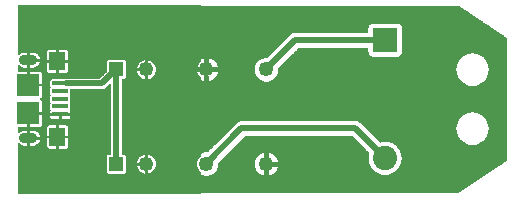
<source format=gtl>
%FSLAX33Y33*%
%MOMM*%
%AMRect-W2049999-H2049999-RO0.500*
21,1,2.049999,2.049999,0.,0.,270*%
%AMRect-W1250000-H1250000-RO1.500*
21,1,1.25,1.25,0.,0.,90*%
%AMRR-H1600000-W900000-R450000-RO0.500*
21,1,0.9,0.7,0.,0.,270*
1,1,0.9,0.35,0.*
1,1,0.9,0.35,-0.*
1,1,0.9,-0.35,-0.*
1,1,0.9,-0.35,0.*%
%AMRect-W1900000-H1900000-RO0.500*
21,1,1.9,1.9,0.,0.,270*%
%AMRect-W400000-H1350000-RO0.500*
21,1,0.4,1.35,0.,0.,270*%
%AMRect-W1600000-H1400000-RO0.500*
21,1,1.6,1.4,0.,0.,270*%
%ADD10C,0.0508*%
%ADD11C,0.508*%
%ADD12C,0.68834*%
%ADD13C,2.049999*%
%ADD14Rect-W2049999-H2049999-RO0.500*%
%ADD15C,1.25*%
%ADD16Rect-W1250000-H1250000-RO1.500*%
%ADD17RR-H1600000-W900000-R450000-RO0.500*%
%ADD18Rect-W1900000-H1900000-RO0.500*%
%ADD19Rect-W400000-H1350000-RO0.500*%
%ADD20Rect-W1600000-H1400000-RO0.500*%
D10*
%LNpour fill*%
G01*
X41883Y3330D02*
X41883Y3330D01*
X41883Y13670*
X37813Y16383*
X14900Y16383*
X14900Y0617*
X37813Y0617*
X41883Y3330*
X21678Y9956D02*
X21678Y9956D01*
X21921Y10016*
X21924Y10017*
X22146Y10134*
X22149Y10136*
X22336Y10302*
X22338Y10304*
X22480Y10510*
X22482Y10513*
X22570Y10747*
X22571Y10750*
X22601Y10998*
X22601Y11002*
X22592Y11080*
X24332Y12820*
X30149Y12820*
X30149Y12474*
X30149Y12474*
X30154Y12409*
X30154Y12407*
X30169Y12344*
X30170Y12342*
X30195Y12282*
X30196Y12281*
X30229Y12225*
X30231Y12224*
X30273Y12174*
X30274Y12173*
X30324Y12131*
X30325Y12129*
X30381Y12096*
X30382Y12095*
X30442Y12070*
X30444Y12069*
X30507Y12054*
X30509Y12054*
X30574Y12049*
X30574Y12049*
X32626Y12049*
X32627Y12049*
X32691Y12054*
X32693Y12054*
X32756Y12069*
X32758Y12070*
X32818Y12095*
X32819Y12096*
X32875Y12129*
X32876Y12131*
X32926Y12173*
X32927Y12174*
X32969Y12224*
X32971Y12225*
X33004Y12281*
X33005Y12282*
X33030Y12342*
X33031Y12344*
X33046Y12407*
X33046Y12409*
X33051Y12474*
X33051Y12475*
X33051Y14525*
X33051Y14526*
X33046Y14591*
X33046Y14593*
X33031Y14656*
X33030Y14658*
X33005Y14718*
X33004Y14719*
X32971Y14775*
X32969Y14776*
X32927Y14826*
X32926Y14827*
X32876Y14869*
X32875Y14871*
X32819Y14904*
X32818Y14905*
X32758Y14930*
X32756Y14931*
X32693Y14946*
X32691Y14946*
X32626Y14951*
X32625Y14951*
X30575Y14951*
X30574Y14951*
X30509Y14946*
X30507Y14946*
X30444Y14931*
X30442Y14930*
X30382Y14905*
X30381Y14904*
X30325Y14871*
X30324Y14869*
X30274Y14827*
X30273Y14826*
X30231Y14776*
X30229Y14775*
X30196Y14719*
X30195Y14718*
X30170Y14658*
X30169Y14656*
X30154Y14593*
X30154Y14591*
X30149Y14527*
X30149Y14526*
X30149Y14180*
X24049Y14180*
X24048Y14180*
X23918Y14168*
X23916Y14167*
X23791Y14129*
X23788Y14128*
X23673Y14066*
X23671Y14065*
X23570Y13982*
X23569Y13982*
X21632Y12044*
X21425Y12044*
X21422Y12044*
X21179Y11984*
X21176Y11983*
X20954Y11866*
X20951Y11864*
X20764Y11698*
X20762Y11696*
X20620Y11490*
X20618Y11487*
X20530Y11253*
X20529Y11250*
X20499Y11002*
X20499Y10998*
X20529Y10750*
X20530Y10747*
X20618Y10513*
X20620Y10510*
X20762Y10304*
X20764Y10302*
X20951Y10136*
X20954Y10134*
X21176Y10017*
X21179Y10016*
X21422Y9956*
X21425Y9956*
X21675Y9956*
X21678Y9956*
X39316Y9609D02*
X39316Y9609D01*
X39319Y9610*
X39618Y9714*
X39620Y9715*
X39888Y9884*
X39890Y9886*
X40114Y10110*
X40116Y10112*
X40285Y10380*
X40286Y10382*
X40390Y10681*
X40391Y10684*
X40426Y10999*
X40426Y11001*
X40391Y11316*
X40390Y11319*
X40286Y11618*
X40285Y11620*
X40116Y11888*
X40114Y11890*
X39890Y12114*
X39888Y12116*
X39620Y12285*
X39618Y12286*
X39319Y12390*
X39316Y12391*
X39001Y12426*
X38999Y12426*
X38684Y12391*
X38681Y12390*
X38382Y12286*
X38380Y12285*
X38112Y12116*
X38110Y12114*
X37886Y11890*
X37884Y11888*
X37715Y11620*
X37714Y11618*
X37610Y11319*
X37609Y11316*
X37574Y11001*
X37574Y10999*
X37609Y10684*
X37610Y10681*
X37714Y10382*
X37715Y10380*
X37884Y10112*
X37886Y10110*
X38110Y9886*
X38112Y9884*
X38380Y9715*
X38382Y9714*
X38681Y9610*
X38684Y9609*
X38999Y9574*
X39001Y9574*
X39316Y9609*
X16295Y9988D02*
X16295Y9988D01*
X16295Y10454*
X16645Y10454*
X16645Y9988*
X16664Y9973*
X16841Y10016*
X16844Y10017*
X17066Y10134*
X17069Y10136*
X17256Y10302*
X17258Y10304*
X17400Y10510*
X17402Y10513*
X17490Y10747*
X17491Y10750*
X17498Y10808*
X17483Y10825*
X17020Y10825*
X17020Y11175*
X17483Y11175*
X17498Y11192*
X17491Y11250*
X17490Y11253*
X17402Y11487*
X17400Y11490*
X17258Y11696*
X17256Y11698*
X17069Y11864*
X17066Y11866*
X16844Y11983*
X16841Y11984*
X16664Y12027*
X16645Y12012*
X16645Y11546*
X16295Y11546*
X16295Y12012*
X16276Y12027*
X16099Y11984*
X16096Y11983*
X15874Y11866*
X15871Y11864*
X15684Y11698*
X15682Y11696*
X15540Y11490*
X15538Y11487*
X15450Y11253*
X15449Y11250*
X15442Y11192*
X15457Y11175*
X15920Y11175*
X15920Y10825*
X15457Y10825*
X15442Y10808*
X15449Y10750*
X15450Y10747*
X15538Y10513*
X15540Y10510*
X15682Y10304*
X15684Y10302*
X15871Y10136*
X15874Y10134*
X16096Y10017*
X16099Y10016*
X16276Y9973*
X16295Y9988*
X39316Y4609D02*
X39316Y4609D01*
X39319Y4610*
X39618Y4714*
X39620Y4715*
X39888Y4884*
X39890Y4886*
X40114Y5110*
X40116Y5112*
X40285Y5380*
X40286Y5382*
X40390Y5681*
X40391Y5684*
X40426Y5999*
X40426Y6001*
X40391Y6316*
X40390Y6319*
X40286Y6618*
X40285Y6620*
X40116Y6888*
X40114Y6890*
X39890Y7114*
X39888Y7116*
X39620Y7285*
X39618Y7286*
X39319Y7390*
X39316Y7391*
X39001Y7426*
X38999Y7426*
X38684Y7391*
X38681Y7390*
X38382Y7286*
X38380Y7285*
X38112Y7116*
X38110Y7114*
X37886Y6890*
X37884Y6888*
X37715Y6620*
X37714Y6618*
X37610Y6319*
X37609Y6316*
X37574Y6001*
X37574Y5999*
X37609Y5684*
X37610Y5681*
X37714Y5382*
X37715Y5380*
X37884Y5112*
X37886Y5110*
X38110Y4886*
X38112Y4884*
X38380Y4715*
X38382Y4714*
X38681Y4610*
X38684Y4609*
X38999Y4574*
X39001Y4574*
X39316Y4609*
X16598Y1956D02*
X16598Y1956D01*
X16841Y2016*
X16844Y2017*
X17066Y2134*
X17069Y2136*
X17256Y2302*
X17258Y2304*
X17400Y2510*
X17402Y2513*
X17490Y2747*
X17491Y2750*
X17521Y2998*
X17521Y3002*
X17512Y3080*
X19752Y5320*
X28818Y5320*
X30219Y3919*
X30185Y3824*
X30185Y3822*
X30149Y3501*
X30149Y3499*
X30185Y3178*
X30185Y3176*
X30292Y2872*
X30293Y2869*
X30464Y2596*
X30466Y2594*
X30694Y2366*
X30696Y2364*
X30969Y2193*
X30972Y2192*
X31276Y2085*
X31278Y2085*
X31599Y2049*
X31601Y2049*
X31922Y2085*
X31924Y2085*
X32228Y2192*
X32231Y2193*
X32504Y2364*
X32506Y2366*
X32734Y2594*
X32736Y2596*
X32907Y2869*
X32908Y2872*
X33015Y3176*
X33015Y3178*
X33051Y3499*
X33051Y3501*
X33015Y3822*
X33015Y3824*
X32908Y4128*
X32907Y4131*
X32736Y4404*
X32734Y4406*
X32506Y4634*
X32504Y4636*
X32231Y4807*
X32228Y4808*
X31924Y4915*
X31922Y4915*
X31601Y4951*
X31599Y4951*
X31278Y4915*
X31276Y4915*
X31181Y4881*
X29581Y6482*
X29580Y6482*
X29479Y6565*
X29477Y6566*
X29362Y6628*
X29359Y6629*
X29234Y6667*
X29232Y6668*
X29102Y6680*
X29101Y6680*
X19469Y6680*
X19468Y6680*
X19338Y6668*
X19336Y6667*
X19211Y6629*
X19208Y6628*
X19093Y6566*
X19091Y6565*
X18990Y6482*
X18989Y6482*
X16552Y4044*
X16345Y4044*
X16342Y4044*
X16099Y3984*
X16096Y3983*
X15874Y3866*
X15871Y3864*
X15684Y3698*
X15682Y3696*
X15540Y3490*
X15538Y3487*
X15450Y3253*
X15449Y3250*
X15419Y3002*
X15419Y2998*
X15449Y2750*
X15450Y2747*
X15538Y2513*
X15540Y2510*
X15682Y2304*
X15684Y2302*
X15871Y2136*
X15874Y2134*
X16096Y2017*
X16099Y2016*
X16342Y1956*
X16345Y1956*
X16595Y1956*
X16598Y1956*
X21375Y1988D02*
X21375Y1988D01*
X21375Y2454*
X21725Y2454*
X21725Y1988*
X21744Y1973*
X21921Y2016*
X21924Y2017*
X22146Y2134*
X22149Y2136*
X22336Y2302*
X22338Y2304*
X22480Y2510*
X22482Y2513*
X22570Y2747*
X22571Y2750*
X22578Y2808*
X22563Y2825*
X22100Y2825*
X22100Y3175*
X22563Y3175*
X22578Y3192*
X22571Y3250*
X22570Y3253*
X22482Y3487*
X22480Y3490*
X22338Y3696*
X22336Y3698*
X22149Y3864*
X22146Y3866*
X21924Y3983*
X21921Y3984*
X21744Y4027*
X21725Y4012*
X21725Y3546*
X21375Y3546*
X21375Y4012*
X21356Y4027*
X21179Y3984*
X21176Y3983*
X20954Y3866*
X20951Y3864*
X20764Y3698*
X20762Y3696*
X20620Y3490*
X20618Y3487*
X20530Y3253*
X20529Y3250*
X20499Y3002*
X20499Y2998*
X20529Y2750*
X20530Y2747*
X20618Y2513*
X20620Y2510*
X20762Y2304*
X20764Y2302*
X20951Y2136*
X20954Y2134*
X21176Y2017*
X21179Y2016*
X21356Y1973*
X21375Y1988*
X14900Y0641D02*
X37849Y0641D01*
X14900Y0691D02*
X37924Y0691D01*
X14900Y0740D02*
X37998Y0740D01*
X14900Y0790D02*
X38072Y0790D01*
X14900Y0839D02*
X38147Y0839D01*
X14900Y0889D02*
X38221Y0889D01*
X14900Y0938D02*
X38295Y0938D01*
X14900Y0988D02*
X38369Y0988D01*
X14900Y1037D02*
X38444Y1037D01*
X14900Y1087D02*
X38518Y1087D01*
X14900Y1136D02*
X38592Y1136D01*
X14900Y1186D02*
X38667Y1186D01*
X14900Y1235D02*
X38741Y1235D01*
X14900Y1285D02*
X38815Y1285D01*
X14900Y1334D02*
X38890Y1334D01*
X14900Y1384D02*
X38964Y1384D01*
X14900Y1434D02*
X39038Y1434D01*
X14900Y1483D02*
X39112Y1483D01*
X14900Y1533D02*
X39187Y1533D01*
X14900Y1582D02*
X39261Y1582D01*
X14900Y1632D02*
X39335Y1632D01*
X14900Y1681D02*
X39410Y1681D01*
X14900Y1731D02*
X39484Y1731D01*
X14900Y1780D02*
X39558Y1780D01*
X14900Y1830D02*
X39632Y1830D01*
X14900Y1879D02*
X39707Y1879D01*
X14900Y1929D02*
X39781Y1929D01*
X14900Y1978D02*
X16253Y1978D01*
X16687Y1978D02*
X21333Y1978D01*
X21363Y1978D02*
X21737Y1978D01*
X21767Y1978D02*
X39855Y1978D01*
X14900Y2028D02*
X16076Y2028D01*
X16864Y2028D02*
X21156Y2028D01*
X21375Y2028D02*
X21725Y2028D01*
X21944Y2028D02*
X39930Y2028D01*
X14900Y2077D02*
X15982Y2077D01*
X16958Y2077D02*
X21062Y2077D01*
X21375Y2077D02*
X21725Y2077D01*
X22038Y2077D02*
X31343Y2077D01*
X31857Y2077D02*
X40004Y2077D01*
X14900Y2127D02*
X15887Y2127D01*
X17053Y2127D02*
X20967Y2127D01*
X21375Y2127D02*
X21725Y2127D01*
X22133Y2127D02*
X31157Y2127D01*
X32043Y2127D02*
X40078Y2127D01*
X14900Y2176D02*
X15825Y2176D01*
X17115Y2176D02*
X20905Y2176D01*
X21375Y2176D02*
X21725Y2176D01*
X22195Y2176D02*
X31015Y2176D01*
X32185Y2176D02*
X40153Y2176D01*
X14900Y2226D02*
X15769Y2226D01*
X17171Y2226D02*
X20849Y2226D01*
X21375Y2226D02*
X21725Y2226D01*
X22251Y2226D02*
X30916Y2226D01*
X32284Y2226D02*
X40227Y2226D01*
X14900Y2276D02*
X15714Y2276D01*
X17226Y2276D02*
X20794Y2276D01*
X21375Y2276D02*
X21725Y2276D01*
X22306Y2276D02*
X30838Y2276D01*
X32362Y2276D02*
X40301Y2276D01*
X14900Y2325D02*
X15667Y2325D01*
X17273Y2325D02*
X20747Y2325D01*
X21375Y2325D02*
X21725Y2325D01*
X22353Y2325D02*
X30759Y2325D01*
X32441Y2325D02*
X40375Y2325D01*
X14900Y2375D02*
X15633Y2375D01*
X17307Y2375D02*
X20713Y2375D01*
X21375Y2375D02*
X21725Y2375D01*
X22387Y2375D02*
X30686Y2375D01*
X32514Y2375D02*
X40450Y2375D01*
X14900Y2424D02*
X15599Y2424D01*
X17341Y2424D02*
X20679Y2424D01*
X21375Y2424D02*
X21725Y2424D01*
X22421Y2424D02*
X30636Y2424D01*
X32564Y2424D02*
X40524Y2424D01*
X14900Y2474D02*
X15565Y2474D01*
X17375Y2474D02*
X20645Y2474D01*
X22455Y2474D02*
X30586Y2474D01*
X32614Y2474D02*
X40598Y2474D01*
X14900Y2523D02*
X15534Y2523D01*
X17406Y2523D02*
X20614Y2523D01*
X22486Y2523D02*
X30537Y2523D01*
X32663Y2523D02*
X40673Y2523D01*
X14900Y2573D02*
X15516Y2573D01*
X17424Y2573D02*
X20596Y2573D01*
X22504Y2573D02*
X30487Y2573D01*
X32713Y2573D02*
X40747Y2573D01*
X14900Y2622D02*
X15497Y2622D01*
X17443Y2622D02*
X20577Y2622D01*
X22523Y2622D02*
X30448Y2622D01*
X32752Y2622D02*
X40821Y2622D01*
X14900Y2672D02*
X15478Y2672D01*
X17462Y2672D02*
X20558Y2672D01*
X22542Y2672D02*
X30417Y2672D01*
X32783Y2672D02*
X40896Y2672D01*
X14900Y2721D02*
X15459Y2721D01*
X17481Y2721D02*
X20539Y2721D01*
X22561Y2721D02*
X30386Y2721D01*
X32814Y2721D02*
X40970Y2721D01*
X14900Y2771D02*
X15446Y2771D01*
X17494Y2771D02*
X20526Y2771D01*
X22574Y2771D02*
X30355Y2771D01*
X32845Y2771D02*
X41044Y2771D01*
X14900Y2820D02*
X15440Y2820D01*
X17500Y2820D02*
X20520Y2820D01*
X22568Y2820D02*
X30324Y2820D01*
X32876Y2820D02*
X41118Y2820D01*
X14900Y2870D02*
X15434Y2870D01*
X17506Y2870D02*
X20514Y2870D01*
X22100Y2870D02*
X30293Y2870D01*
X32907Y2870D02*
X41193Y2870D01*
X14900Y2919D02*
X15428Y2919D01*
X17512Y2919D02*
X20508Y2919D01*
X22100Y2919D02*
X30275Y2919D01*
X32925Y2919D02*
X41267Y2919D01*
X14900Y2969D02*
X15422Y2969D01*
X17518Y2969D02*
X20502Y2969D01*
X22100Y2969D02*
X30258Y2969D01*
X32942Y2969D02*
X41341Y2969D01*
X14900Y3018D02*
X15421Y3018D01*
X17519Y3018D02*
X20501Y3018D01*
X22100Y3018D02*
X30240Y3018D01*
X32960Y3018D02*
X41416Y3018D01*
X14900Y3068D02*
X15427Y3068D01*
X17513Y3068D02*
X20507Y3068D01*
X22100Y3068D02*
X30223Y3068D01*
X32977Y3068D02*
X41490Y3068D01*
X14900Y3118D02*
X15433Y3118D01*
X17550Y3118D02*
X20513Y3118D01*
X22100Y3118D02*
X30206Y3118D01*
X32994Y3118D02*
X41564Y3118D01*
X14900Y3167D02*
X15439Y3167D01*
X17599Y3167D02*
X20519Y3167D01*
X22100Y3167D02*
X30188Y3167D01*
X33012Y3167D02*
X41638Y3167D01*
X14900Y3217D02*
X15445Y3217D01*
X17649Y3217D02*
X20525Y3217D01*
X22575Y3217D02*
X30180Y3217D01*
X33020Y3217D02*
X41713Y3217D01*
X14900Y3266D02*
X15454Y3266D01*
X17698Y3266D02*
X20534Y3266D01*
X22566Y3266D02*
X30175Y3266D01*
X33025Y3266D02*
X41787Y3266D01*
X14900Y3316D02*
X15473Y3316D01*
X17748Y3316D02*
X20553Y3316D01*
X22547Y3316D02*
X30169Y3316D01*
X33031Y3316D02*
X41861Y3316D01*
X14900Y3365D02*
X15492Y3365D01*
X17797Y3365D02*
X20572Y3365D01*
X22528Y3365D02*
X30164Y3365D01*
X33036Y3365D02*
X41883Y3365D01*
X14900Y3415D02*
X15511Y3415D01*
X17847Y3415D02*
X20591Y3415D01*
X22509Y3415D02*
X30158Y3415D01*
X33042Y3415D02*
X41883Y3415D01*
X14900Y3464D02*
X15530Y3464D01*
X17896Y3464D02*
X20610Y3464D01*
X22490Y3464D02*
X30152Y3464D01*
X33048Y3464D02*
X41883Y3464D01*
X14900Y3514D02*
X15556Y3514D01*
X17946Y3514D02*
X20636Y3514D01*
X22464Y3514D02*
X30150Y3514D01*
X33050Y3514D02*
X41883Y3514D01*
X14900Y3563D02*
X15590Y3563D01*
X17996Y3563D02*
X20670Y3563D01*
X21375Y3563D02*
X21725Y3563D01*
X22430Y3563D02*
X30156Y3563D01*
X33044Y3563D02*
X41883Y3563D01*
X14900Y3613D02*
X15625Y3613D01*
X18045Y3613D02*
X20705Y3613D01*
X21375Y3613D02*
X21725Y3613D01*
X22395Y3613D02*
X30161Y3613D01*
X33039Y3613D02*
X41883Y3613D01*
X14900Y3662D02*
X15659Y3662D01*
X18095Y3662D02*
X20739Y3662D01*
X21375Y3662D02*
X21725Y3662D01*
X22361Y3662D02*
X30167Y3662D01*
X33033Y3662D02*
X41883Y3662D01*
X14900Y3712D02*
X15699Y3712D01*
X18144Y3712D02*
X20779Y3712D01*
X21375Y3712D02*
X21725Y3712D01*
X22321Y3712D02*
X30172Y3712D01*
X33028Y3712D02*
X41883Y3712D01*
X14900Y3761D02*
X15755Y3761D01*
X18194Y3761D02*
X20835Y3761D01*
X21375Y3761D02*
X21725Y3761D01*
X22265Y3761D02*
X30178Y3761D01*
X33022Y3761D02*
X41883Y3761D01*
X14900Y3811D02*
X15811Y3811D01*
X18243Y3811D02*
X20891Y3811D01*
X21375Y3811D02*
X21725Y3811D01*
X22209Y3811D02*
X30183Y3811D01*
X33017Y3811D02*
X41883Y3811D01*
X14900Y3860D02*
X15867Y3860D01*
X18293Y3860D02*
X20947Y3860D01*
X21375Y3860D02*
X21725Y3860D01*
X22153Y3860D02*
X30198Y3860D01*
X33002Y3860D02*
X41883Y3860D01*
X14900Y3910D02*
X15958Y3910D01*
X18342Y3910D02*
X21038Y3910D01*
X21375Y3910D02*
X21725Y3910D01*
X22062Y3910D02*
X30215Y3910D01*
X32985Y3910D02*
X41883Y3910D01*
X14900Y3960D02*
X16052Y3960D01*
X18392Y3960D02*
X21132Y3960D01*
X21375Y3960D02*
X21725Y3960D01*
X21968Y3960D02*
X30178Y3960D01*
X32967Y3960D02*
X41883Y3960D01*
X14900Y4009D02*
X16202Y4009D01*
X18441Y4009D02*
X21282Y4009D01*
X21375Y4009D02*
X21725Y4009D01*
X21818Y4009D02*
X30129Y4009D01*
X32950Y4009D02*
X41883Y4009D01*
X14900Y4059D02*
X16566Y4059D01*
X18491Y4059D02*
X30079Y4059D01*
X32933Y4059D02*
X41883Y4059D01*
X14900Y4108D02*
X16616Y4108D01*
X18540Y4108D02*
X30030Y4108D01*
X32915Y4108D02*
X41883Y4108D01*
X14900Y4158D02*
X16665Y4158D01*
X18590Y4158D02*
X29980Y4158D01*
X32890Y4158D02*
X41883Y4158D01*
X14900Y4207D02*
X16715Y4207D01*
X18639Y4207D02*
X29931Y4207D01*
X32859Y4207D02*
X41883Y4207D01*
X14900Y4257D02*
X16764Y4257D01*
X18689Y4257D02*
X29881Y4257D01*
X32828Y4257D02*
X41883Y4257D01*
X14900Y4306D02*
X16814Y4306D01*
X18738Y4306D02*
X29832Y4306D01*
X32797Y4306D02*
X41883Y4306D01*
X14900Y4356D02*
X16864Y4356D01*
X18788Y4356D02*
X29782Y4356D01*
X32766Y4356D02*
X41883Y4356D01*
X14900Y4405D02*
X16913Y4405D01*
X18838Y4405D02*
X29732Y4405D01*
X32734Y4405D02*
X41883Y4405D01*
X14900Y4455D02*
X16963Y4455D01*
X18887Y4455D02*
X29683Y4455D01*
X32685Y4455D02*
X41883Y4455D01*
X14900Y4504D02*
X17012Y4504D01*
X18937Y4504D02*
X29633Y4504D01*
X32636Y4504D02*
X41883Y4504D01*
X14900Y4554D02*
X17062Y4554D01*
X18986Y4554D02*
X29584Y4554D01*
X32586Y4554D02*
X41883Y4554D01*
X14900Y4603D02*
X17111Y4603D01*
X19036Y4603D02*
X29534Y4603D01*
X32536Y4603D02*
X38734Y4603D01*
X39266Y4603D02*
X41883Y4603D01*
X14900Y4653D02*
X17161Y4653D01*
X19085Y4653D02*
X29485Y4653D01*
X32476Y4653D02*
X38558Y4653D01*
X39442Y4653D02*
X41883Y4653D01*
X14900Y4702D02*
X17210Y4702D01*
X19135Y4702D02*
X29435Y4702D01*
X32397Y4702D02*
X38416Y4702D01*
X39584Y4702D02*
X41883Y4702D01*
X14900Y4752D02*
X17260Y4752D01*
X19184Y4752D02*
X29386Y4752D01*
X32319Y4752D02*
X38322Y4752D01*
X39678Y4752D02*
X41883Y4752D01*
X14900Y4802D02*
X17309Y4802D01*
X19234Y4802D02*
X29336Y4802D01*
X32240Y4802D02*
X38243Y4802D01*
X39757Y4802D02*
X41883Y4802D01*
X14900Y4851D02*
X17359Y4851D01*
X19283Y4851D02*
X29287Y4851D01*
X32106Y4851D02*
X38164Y4851D01*
X39836Y4851D02*
X41883Y4851D01*
X14900Y4901D02*
X17408Y4901D01*
X19333Y4901D02*
X29237Y4901D01*
X31162Y4901D02*
X31235Y4901D01*
X31965Y4901D02*
X38095Y4901D01*
X39905Y4901D02*
X41883Y4901D01*
X14900Y4950D02*
X17458Y4950D01*
X19382Y4950D02*
X29188Y4950D01*
X31112Y4950D02*
X31587Y4950D01*
X31613Y4950D02*
X38045Y4950D01*
X39955Y4950D02*
X41883Y4950D01*
X14900Y5000D02*
X17507Y5000D01*
X19432Y5000D02*
X29138Y5000D01*
X31063Y5000D02*
X37996Y5000D01*
X40004Y5000D02*
X41883Y5000D01*
X14900Y5049D02*
X17557Y5049D01*
X19481Y5049D02*
X29089Y5049D01*
X31013Y5049D02*
X37946Y5049D01*
X40054Y5049D02*
X41883Y5049D01*
X14900Y5099D02*
X17606Y5099D01*
X19531Y5099D02*
X29039Y5099D01*
X30964Y5099D02*
X37896Y5099D01*
X40104Y5099D02*
X41883Y5099D01*
X14900Y5148D02*
X17656Y5148D01*
X19580Y5148D02*
X28990Y5148D01*
X30914Y5148D02*
X37861Y5148D01*
X40139Y5148D02*
X41883Y5148D01*
X14900Y5198D02*
X17706Y5198D01*
X19630Y5198D02*
X28940Y5198D01*
X30864Y5198D02*
X37830Y5198D01*
X40170Y5198D02*
X41883Y5198D01*
X14900Y5247D02*
X17755Y5247D01*
X19680Y5247D02*
X28890Y5247D01*
X30815Y5247D02*
X37799Y5247D01*
X40201Y5247D02*
X41883Y5247D01*
X14900Y5297D02*
X17805Y5297D01*
X19729Y5297D02*
X28841Y5297D01*
X30765Y5297D02*
X37768Y5297D01*
X40232Y5297D02*
X41883Y5297D01*
X14900Y5346D02*
X17854Y5346D01*
X30716Y5346D02*
X37736Y5346D01*
X40264Y5346D02*
X41883Y5346D01*
X14900Y5396D02*
X17904Y5396D01*
X30666Y5396D02*
X37710Y5396D01*
X40290Y5396D02*
X41883Y5396D01*
X14900Y5445D02*
X17953Y5445D01*
X30617Y5445D02*
X37692Y5445D01*
X40308Y5445D02*
X41883Y5445D01*
X14900Y5495D02*
X18003Y5495D01*
X30567Y5495D02*
X37675Y5495D01*
X40325Y5495D02*
X41883Y5495D01*
X14900Y5545D02*
X18052Y5545D01*
X30518Y5545D02*
X37658Y5545D01*
X40342Y5545D02*
X41883Y5545D01*
X14900Y5594D02*
X18102Y5594D01*
X30468Y5594D02*
X37640Y5594D01*
X40360Y5594D02*
X41883Y5594D01*
X14900Y5644D02*
X18151Y5644D01*
X30419Y5644D02*
X37623Y5644D01*
X40377Y5644D02*
X41883Y5644D01*
X14900Y5693D02*
X18201Y5693D01*
X30369Y5693D02*
X37608Y5693D01*
X40392Y5693D02*
X41883Y5693D01*
X14900Y5743D02*
X18250Y5743D01*
X30320Y5743D02*
X37602Y5743D01*
X40398Y5743D02*
X41883Y5743D01*
X14900Y5792D02*
X18300Y5792D01*
X30270Y5792D02*
X37597Y5792D01*
X40403Y5792D02*
X41883Y5792D01*
X14900Y5842D02*
X18349Y5842D01*
X30221Y5842D02*
X37591Y5842D01*
X40409Y5842D02*
X41883Y5842D01*
X14900Y5891D02*
X18399Y5891D01*
X30171Y5891D02*
X37586Y5891D01*
X40414Y5891D02*
X41883Y5891D01*
X14900Y5941D02*
X18449Y5941D01*
X30121Y5941D02*
X37580Y5941D01*
X40420Y5941D02*
X41883Y5941D01*
X14900Y5990D02*
X18498Y5990D01*
X30072Y5990D02*
X37575Y5990D01*
X40425Y5990D02*
X41883Y5990D01*
X14900Y6040D02*
X18548Y6040D01*
X30022Y6040D02*
X37578Y6040D01*
X40422Y6040D02*
X41883Y6040D01*
X14900Y6089D02*
X18597Y6089D01*
X29973Y6089D02*
X37584Y6089D01*
X40416Y6089D02*
X41883Y6089D01*
X14900Y6139D02*
X18647Y6139D01*
X29923Y6139D02*
X37589Y6139D01*
X40411Y6139D02*
X41883Y6139D01*
X14900Y6188D02*
X18696Y6188D01*
X29874Y6188D02*
X37595Y6188D01*
X40405Y6188D02*
X41883Y6188D01*
X14900Y6238D02*
X18746Y6238D01*
X29824Y6238D02*
X37600Y6238D01*
X40400Y6238D02*
X41883Y6238D01*
X14900Y6287D02*
X18795Y6287D01*
X29775Y6287D02*
X37606Y6287D01*
X40394Y6287D02*
X41883Y6287D01*
X14900Y6337D02*
X18845Y6337D01*
X29725Y6337D02*
X37616Y6337D01*
X40384Y6337D02*
X41883Y6337D01*
X14900Y6387D02*
X18894Y6387D01*
X29676Y6387D02*
X37633Y6387D01*
X40367Y6387D02*
X41883Y6387D01*
X14900Y6436D02*
X18944Y6436D01*
X29626Y6436D02*
X37651Y6436D01*
X40349Y6436D02*
X41883Y6436D01*
X14900Y6486D02*
X18994Y6486D01*
X29576Y6486D02*
X37668Y6486D01*
X40332Y6486D02*
X41883Y6486D01*
X14900Y6535D02*
X19054Y6535D01*
X29516Y6535D02*
X37685Y6535D01*
X40315Y6535D02*
X41883Y6535D01*
X14900Y6585D02*
X19127Y6585D01*
X29443Y6585D02*
X37703Y6585D01*
X40297Y6585D02*
X41883Y6585D01*
X14900Y6634D02*
X19228Y6634D01*
X29342Y6634D02*
X37724Y6634D01*
X40276Y6634D02*
X41883Y6634D01*
X14900Y6684D02*
X37755Y6684D01*
X40245Y6684D02*
X41883Y6684D01*
X14900Y6733D02*
X37787Y6733D01*
X40213Y6733D02*
X41883Y6733D01*
X14900Y6783D02*
X37818Y6783D01*
X40182Y6783D02*
X41883Y6783D01*
X14900Y6832D02*
X37849Y6832D01*
X40151Y6832D02*
X41883Y6832D01*
X14900Y6882D02*
X37880Y6882D01*
X40120Y6882D02*
X41883Y6882D01*
X14900Y6931D02*
X37927Y6931D01*
X40073Y6931D02*
X41883Y6931D01*
X14900Y6981D02*
X37976Y6981D01*
X40024Y6981D02*
X41883Y6981D01*
X14900Y7030D02*
X38026Y7030D01*
X39974Y7030D02*
X41883Y7030D01*
X14900Y7080D02*
X38075Y7080D01*
X39925Y7080D02*
X41883Y7080D01*
X14900Y7129D02*
X38133Y7129D01*
X39867Y7129D02*
X41883Y7129D01*
X14900Y7179D02*
X38212Y7179D01*
X39788Y7179D02*
X41883Y7179D01*
X14900Y7229D02*
X38291Y7229D01*
X39709Y7229D02*
X41883Y7229D01*
X14900Y7278D02*
X38370Y7278D01*
X39630Y7278D02*
X41883Y7278D01*
X14900Y7328D02*
X38502Y7328D01*
X39498Y7328D02*
X41883Y7328D01*
X14900Y7377D02*
X38643Y7377D01*
X39357Y7377D02*
X41883Y7377D01*
X14900Y7427D02*
X41883Y7427D01*
X14900Y7476D02*
X41883Y7476D01*
X14900Y7526D02*
X41883Y7526D01*
X14900Y7575D02*
X41883Y7575D01*
X14900Y7625D02*
X41883Y7625D01*
X14900Y7674D02*
X41883Y7674D01*
X14900Y7724D02*
X41883Y7724D01*
X14900Y7773D02*
X41883Y7773D01*
X14900Y7823D02*
X41883Y7823D01*
X14900Y7872D02*
X41883Y7872D01*
X14900Y7922D02*
X41883Y7922D01*
X14900Y7971D02*
X41883Y7971D01*
X14900Y8021D02*
X41883Y8021D01*
X14900Y8071D02*
X41883Y8071D01*
X14900Y8120D02*
X41883Y8120D01*
X14900Y8170D02*
X41883Y8170D01*
X14900Y8219D02*
X41883Y8219D01*
X14900Y8269D02*
X41883Y8269D01*
X14900Y8318D02*
X41883Y8318D01*
X14900Y8368D02*
X41883Y8368D01*
X14900Y8417D02*
X41883Y8417D01*
X14900Y8467D02*
X41883Y8467D01*
X14900Y8516D02*
X41883Y8516D01*
X14900Y8566D02*
X41883Y8566D01*
X14900Y8615D02*
X41883Y8615D01*
X14900Y8665D02*
X41883Y8665D01*
X14900Y8714D02*
X41883Y8714D01*
X14900Y8764D02*
X41883Y8764D01*
X14900Y8813D02*
X41883Y8813D01*
X14900Y8863D02*
X41883Y8863D01*
X14900Y8913D02*
X41883Y8913D01*
X14900Y8962D02*
X41883Y8962D01*
X14900Y9012D02*
X41883Y9012D01*
X14900Y9061D02*
X41883Y9061D01*
X14900Y9111D02*
X41883Y9111D01*
X14900Y9160D02*
X41883Y9160D01*
X14900Y9210D02*
X41883Y9210D01*
X14900Y9259D02*
X41883Y9259D01*
X14900Y9309D02*
X41883Y9309D01*
X14900Y9358D02*
X41883Y9358D01*
X14900Y9408D02*
X41883Y9408D01*
X14900Y9457D02*
X41883Y9457D01*
X14900Y9507D02*
X41883Y9507D01*
X14900Y9556D02*
X41883Y9556D01*
X14900Y9606D02*
X38711Y9606D01*
X39289Y9606D02*
X41883Y9606D01*
X14900Y9655D02*
X38550Y9655D01*
X39450Y9655D02*
X41883Y9655D01*
X14900Y9705D02*
X38409Y9705D01*
X39591Y9705D02*
X41883Y9705D01*
X14900Y9755D02*
X38318Y9755D01*
X39682Y9755D02*
X41883Y9755D01*
X14900Y9804D02*
X38239Y9804D01*
X39761Y9804D02*
X41883Y9804D01*
X14900Y9854D02*
X38160Y9854D01*
X39840Y9854D02*
X41883Y9854D01*
X14900Y9903D02*
X38092Y9903D01*
X39908Y9903D02*
X41883Y9903D01*
X14900Y9953D02*
X38043Y9953D01*
X39957Y9953D02*
X41883Y9953D01*
X14900Y10002D02*
X16156Y10002D01*
X16295Y10002D02*
X16645Y10002D01*
X16784Y10002D02*
X21236Y10002D01*
X21864Y10002D02*
X37993Y10002D01*
X40007Y10002D02*
X41883Y10002D01*
X14900Y10052D02*
X16030Y10052D01*
X16295Y10052D02*
X16645Y10052D01*
X16910Y10052D02*
X21110Y10052D01*
X21990Y10052D02*
X37943Y10052D01*
X40057Y10052D02*
X41883Y10052D01*
X14900Y10101D02*
X15936Y10101D01*
X16295Y10101D02*
X16645Y10101D01*
X17004Y10101D02*
X21016Y10101D01*
X22084Y10101D02*
X37894Y10101D01*
X40106Y10101D02*
X41883Y10101D01*
X14900Y10151D02*
X15854Y10151D01*
X16295Y10151D02*
X16645Y10151D01*
X17086Y10151D02*
X20934Y10151D01*
X22166Y10151D02*
X37859Y10151D01*
X40141Y10151D02*
X41883Y10151D01*
X14900Y10200D02*
X15798Y10200D01*
X16295Y10200D02*
X16645Y10200D01*
X17142Y10200D02*
X20878Y10200D01*
X22222Y10200D02*
X37828Y10200D01*
X40172Y10200D02*
X41883Y10200D01*
X14900Y10250D02*
X15742Y10250D01*
X16295Y10250D02*
X16645Y10250D01*
X17198Y10250D02*
X20822Y10250D01*
X22278Y10250D02*
X37797Y10250D01*
X40203Y10250D02*
X41883Y10250D01*
X14900Y10299D02*
X15687Y10299D01*
X16295Y10299D02*
X16645Y10299D01*
X17253Y10299D02*
X20767Y10299D01*
X22333Y10299D02*
X37766Y10299D01*
X40234Y10299D02*
X41883Y10299D01*
X14900Y10349D02*
X15651Y10349D01*
X16295Y10349D02*
X16645Y10349D01*
X17289Y10349D02*
X20731Y10349D01*
X22369Y10349D02*
X37735Y10349D01*
X40265Y10349D02*
X41883Y10349D01*
X14900Y10398D02*
X15617Y10398D01*
X16295Y10398D02*
X16645Y10398D01*
X17323Y10398D02*
X20697Y10398D01*
X22403Y10398D02*
X37709Y10398D01*
X40291Y10398D02*
X41883Y10398D01*
X14900Y10448D02*
X15583Y10448D01*
X16295Y10448D02*
X16645Y10448D01*
X17357Y10448D02*
X20663Y10448D01*
X22437Y10448D02*
X37691Y10448D01*
X40309Y10448D02*
X41883Y10448D01*
X14900Y10498D02*
X15548Y10498D01*
X17392Y10498D02*
X20628Y10498D01*
X22472Y10498D02*
X37674Y10498D01*
X40326Y10498D02*
X41883Y10498D01*
X14900Y10547D02*
X15525Y10547D01*
X17415Y10547D02*
X20605Y10547D01*
X22495Y10547D02*
X37657Y10547D01*
X40343Y10547D02*
X41883Y10547D01*
X14900Y10597D02*
X15507Y10597D01*
X17433Y10597D02*
X20587Y10597D01*
X22513Y10597D02*
X37639Y10597D01*
X40361Y10597D02*
X41883Y10597D01*
X14900Y10646D02*
X15488Y10646D01*
X17452Y10646D02*
X20568Y10646D01*
X22532Y10646D02*
X37622Y10646D01*
X40378Y10646D02*
X41883Y10646D01*
X14900Y10696D02*
X15469Y10696D01*
X17471Y10696D02*
X20549Y10696D01*
X22551Y10696D02*
X37608Y10696D01*
X40392Y10696D02*
X41883Y10696D01*
X14900Y10745D02*
X15450Y10745D01*
X17490Y10745D02*
X20530Y10745D01*
X22570Y10745D02*
X37602Y10745D01*
X40398Y10745D02*
X41883Y10745D01*
X14900Y10795D02*
X15443Y10795D01*
X17497Y10795D02*
X20523Y10795D01*
X22577Y10795D02*
X37597Y10795D01*
X40403Y10795D02*
X41883Y10795D01*
X14900Y10844D02*
X15920Y10844D01*
X17020Y10844D02*
X20517Y10844D01*
X22583Y10844D02*
X37591Y10844D01*
X40409Y10844D02*
X41883Y10844D01*
X14900Y10894D02*
X15920Y10894D01*
X17020Y10894D02*
X20511Y10894D01*
X22589Y10894D02*
X37585Y10894D01*
X40415Y10894D02*
X41883Y10894D01*
X14900Y10943D02*
X15920Y10943D01*
X17020Y10943D02*
X20505Y10943D01*
X22595Y10943D02*
X37580Y10943D01*
X40420Y10943D02*
X41883Y10943D01*
X14900Y10993D02*
X15920Y10993D01*
X17020Y10993D02*
X20499Y10993D01*
X22601Y10993D02*
X37574Y10993D01*
X40426Y10993D02*
X41883Y10993D01*
X14900Y11042D02*
X15920Y11042D01*
X17020Y11042D02*
X20504Y11042D01*
X22596Y11042D02*
X37578Y11042D01*
X40422Y11042D02*
X41883Y11042D01*
X14900Y11092D02*
X15920Y11092D01*
X17020Y11092D02*
X20510Y11092D01*
X22604Y11092D02*
X37584Y11092D01*
X40416Y11092D02*
X41883Y11092D01*
X14900Y11141D02*
X15920Y11141D01*
X17020Y11141D02*
X20516Y11141D01*
X22654Y11141D02*
X37589Y11141D01*
X40411Y11141D02*
X41883Y11141D01*
X14900Y11191D02*
X15442Y11191D01*
X17498Y11191D02*
X20522Y11191D01*
X22703Y11191D02*
X37595Y11191D01*
X40405Y11191D02*
X41883Y11191D01*
X14900Y11240D02*
X15448Y11240D01*
X17492Y11240D02*
X20528Y11240D01*
X22753Y11240D02*
X37601Y11240D01*
X40399Y11240D02*
X41883Y11240D01*
X14900Y11290D02*
X15464Y11290D01*
X17476Y11290D02*
X20544Y11290D01*
X22802Y11290D02*
X37606Y11290D01*
X40394Y11290D02*
X41883Y11290D01*
X14900Y11340D02*
X15482Y11340D01*
X17458Y11340D02*
X20562Y11340D01*
X22852Y11340D02*
X37617Y11340D01*
X40383Y11340D02*
X41883Y11340D01*
X14900Y11389D02*
X15501Y11389D01*
X17439Y11389D02*
X20581Y11389D01*
X22901Y11389D02*
X37634Y11389D01*
X40366Y11389D02*
X41883Y11389D01*
X14900Y11439D02*
X15520Y11439D01*
X17420Y11439D02*
X20600Y11439D01*
X22951Y11439D02*
X37652Y11439D01*
X40348Y11439D02*
X41883Y11439D01*
X14900Y11488D02*
X15539Y11488D01*
X17401Y11488D02*
X20619Y11488D01*
X23000Y11488D02*
X37669Y11488D01*
X40331Y11488D02*
X41883Y11488D01*
X14900Y11538D02*
X15573Y11538D01*
X17367Y11538D02*
X20653Y11538D01*
X23050Y11538D02*
X37686Y11538D01*
X40314Y11538D02*
X41883Y11538D01*
X14900Y11587D02*
X15607Y11587D01*
X16295Y11587D02*
X16645Y11587D01*
X17333Y11587D02*
X20687Y11587D01*
X23099Y11587D02*
X37704Y11587D01*
X40296Y11587D02*
X41883Y11587D01*
X14900Y11637D02*
X15641Y11637D01*
X16295Y11637D02*
X16645Y11637D01*
X17299Y11637D02*
X20721Y11637D01*
X23149Y11637D02*
X37726Y11637D01*
X40274Y11637D02*
X41883Y11637D01*
X14900Y11686D02*
X15675Y11686D01*
X16295Y11686D02*
X16645Y11686D01*
X17265Y11686D02*
X20755Y11686D01*
X23198Y11686D02*
X37757Y11686D01*
X40243Y11686D02*
X41883Y11686D01*
X14900Y11736D02*
X15726Y11736D01*
X16295Y11736D02*
X16645Y11736D01*
X17214Y11736D02*
X20806Y11736D01*
X23248Y11736D02*
X37788Y11736D01*
X40212Y11736D02*
X41883Y11736D01*
X14900Y11785D02*
X15782Y11785D01*
X16295Y11785D02*
X16645Y11785D01*
X17158Y11785D02*
X20862Y11785D01*
X23298Y11785D02*
X37819Y11785D01*
X40181Y11785D02*
X41883Y11785D01*
X14900Y11835D02*
X15838Y11835D01*
X16295Y11835D02*
X16645Y11835D01*
X17102Y11835D02*
X20918Y11835D01*
X23347Y11835D02*
X37850Y11835D01*
X40150Y11835D02*
X41883Y11835D01*
X14900Y11884D02*
X15909Y11884D01*
X16295Y11884D02*
X16645Y11884D01*
X17031Y11884D02*
X20989Y11884D01*
X23397Y11884D02*
X37881Y11884D01*
X40119Y11884D02*
X41883Y11884D01*
X14900Y11934D02*
X16003Y11934D01*
X16295Y11934D02*
X16645Y11934D01*
X16937Y11934D02*
X21083Y11934D01*
X23446Y11934D02*
X37929Y11934D01*
X40071Y11934D02*
X41883Y11934D01*
X14900Y11983D02*
X16098Y11983D01*
X16295Y11983D02*
X16645Y11983D01*
X16842Y11983D02*
X21178Y11983D01*
X23496Y11983D02*
X37979Y11983D01*
X40021Y11983D02*
X41883Y11983D01*
X14900Y12033D02*
X21379Y12033D01*
X23545Y12033D02*
X38028Y12033D01*
X39972Y12033D02*
X41883Y12033D01*
X14900Y12082D02*
X21670Y12082D01*
X23595Y12082D02*
X30412Y12082D01*
X32788Y12082D02*
X38078Y12082D01*
X39922Y12082D02*
X41883Y12082D01*
X14900Y12132D02*
X21720Y12132D01*
X23644Y12132D02*
X30322Y12132D01*
X32878Y12132D02*
X38137Y12132D01*
X39863Y12132D02*
X41883Y12132D01*
X14900Y12182D02*
X21769Y12182D01*
X23694Y12182D02*
X30267Y12182D01*
X32933Y12182D02*
X38216Y12182D01*
X39784Y12182D02*
X41883Y12182D01*
X14900Y12231D02*
X21819Y12231D01*
X23743Y12231D02*
X30226Y12231D01*
X32974Y12231D02*
X38295Y12231D01*
X39705Y12231D02*
X41883Y12231D01*
X14900Y12281D02*
X21868Y12281D01*
X23793Y12281D02*
X30196Y12281D01*
X33004Y12281D02*
X38374Y12281D01*
X39626Y12281D02*
X41883Y12281D01*
X14900Y12330D02*
X21918Y12330D01*
X23842Y12330D02*
X30175Y12330D01*
X33025Y12330D02*
X38509Y12330D01*
X39491Y12330D02*
X41883Y12330D01*
X14900Y12380D02*
X21967Y12380D01*
X23892Y12380D02*
X30161Y12380D01*
X33039Y12380D02*
X38651Y12380D01*
X39349Y12380D02*
X41883Y12380D01*
X14900Y12429D02*
X22017Y12429D01*
X23941Y12429D02*
X30152Y12429D01*
X33048Y12429D02*
X41883Y12429D01*
X14900Y12479D02*
X22066Y12479D01*
X23991Y12479D02*
X30149Y12479D01*
X33051Y12479D02*
X41883Y12479D01*
X14900Y12528D02*
X22116Y12528D01*
X24040Y12528D02*
X30149Y12528D01*
X33051Y12528D02*
X41883Y12528D01*
X14900Y12578D02*
X22166Y12578D01*
X24090Y12578D02*
X30149Y12578D01*
X33051Y12578D02*
X41883Y12578D01*
X14900Y12627D02*
X22215Y12627D01*
X24140Y12627D02*
X30149Y12627D01*
X33051Y12627D02*
X41883Y12627D01*
X14900Y12677D02*
X22265Y12677D01*
X24189Y12677D02*
X30149Y12677D01*
X33051Y12677D02*
X41883Y12677D01*
X14900Y12726D02*
X22314Y12726D01*
X24239Y12726D02*
X30149Y12726D01*
X33051Y12726D02*
X41883Y12726D01*
X14900Y12776D02*
X22364Y12776D01*
X24288Y12776D02*
X30149Y12776D01*
X33051Y12776D02*
X41883Y12776D01*
X14900Y12825D02*
X22413Y12825D01*
X33051Y12825D02*
X41883Y12825D01*
X14900Y12875D02*
X22463Y12875D01*
X33051Y12875D02*
X41883Y12875D01*
X14900Y12924D02*
X22512Y12924D01*
X33051Y12924D02*
X41883Y12924D01*
X14900Y12974D02*
X22562Y12974D01*
X33051Y12974D02*
X41883Y12974D01*
X14900Y13024D02*
X22611Y13024D01*
X33051Y13024D02*
X41883Y13024D01*
X14900Y13073D02*
X22661Y13073D01*
X33051Y13073D02*
X41883Y13073D01*
X14900Y13123D02*
X22710Y13123D01*
X33051Y13123D02*
X41883Y13123D01*
X14900Y13172D02*
X22760Y13172D01*
X33051Y13172D02*
X41883Y13172D01*
X14900Y13222D02*
X22809Y13222D01*
X33051Y13222D02*
X41883Y13222D01*
X14900Y13271D02*
X22859Y13271D01*
X33051Y13271D02*
X41883Y13271D01*
X14900Y13321D02*
X22908Y13321D01*
X33051Y13321D02*
X41883Y13321D01*
X14900Y13370D02*
X22958Y13370D01*
X33051Y13370D02*
X41883Y13370D01*
X14900Y13420D02*
X23008Y13420D01*
X33051Y13420D02*
X41883Y13420D01*
X14900Y13469D02*
X23057Y13469D01*
X33051Y13469D02*
X41883Y13469D01*
X14900Y13519D02*
X23107Y13519D01*
X33051Y13519D02*
X41883Y13519D01*
X14900Y13568D02*
X23156Y13568D01*
X33051Y13568D02*
X41883Y13568D01*
X14900Y13618D02*
X23206Y13618D01*
X33051Y13618D02*
X41883Y13618D01*
X14900Y13667D02*
X23255Y13667D01*
X33051Y13667D02*
X41883Y13667D01*
X14900Y13717D02*
X23305Y13717D01*
X33051Y13717D02*
X41812Y13717D01*
X14900Y13766D02*
X23354Y13766D01*
X33051Y13766D02*
X41738Y13766D01*
X14900Y13816D02*
X23404Y13816D01*
X33051Y13816D02*
X41664Y13816D01*
X14900Y13866D02*
X23453Y13866D01*
X33051Y13866D02*
X41590Y13866D01*
X14900Y13915D02*
X23503Y13915D01*
X33051Y13915D02*
X41515Y13915D01*
X14900Y13965D02*
X23552Y13965D01*
X33051Y13965D02*
X41441Y13965D01*
X14900Y14014D02*
X23609Y14014D01*
X33051Y14014D02*
X41367Y14014D01*
X14900Y14064D02*
X23669Y14064D01*
X33051Y14064D02*
X41292Y14064D01*
X14900Y14113D02*
X23761Y14113D01*
X33051Y14113D02*
X41218Y14113D01*
X14900Y14163D02*
X23902Y14163D01*
X33051Y14163D02*
X41144Y14163D01*
X14900Y14212D02*
X30149Y14212D01*
X33051Y14212D02*
X41069Y14212D01*
X14900Y14262D02*
X30149Y14262D01*
X33051Y14262D02*
X40995Y14262D01*
X14900Y14311D02*
X30149Y14311D01*
X33051Y14311D02*
X40921Y14311D01*
X14900Y14361D02*
X30149Y14361D01*
X33051Y14361D02*
X40847Y14361D01*
X14900Y14410D02*
X30149Y14410D01*
X33051Y14410D02*
X40772Y14410D01*
X14900Y14460D02*
X30149Y14460D01*
X33051Y14460D02*
X40698Y14460D01*
X14900Y14509D02*
X30149Y14509D01*
X33051Y14509D02*
X40624Y14509D01*
X14900Y14559D02*
X30151Y14559D01*
X33049Y14559D02*
X40549Y14559D01*
X14900Y14608D02*
X30158Y14608D01*
X33042Y14608D02*
X40475Y14608D01*
X14900Y14658D02*
X30170Y14658D01*
X33030Y14658D02*
X40401Y14658D01*
X14900Y14708D02*
X30190Y14708D01*
X33010Y14708D02*
X40327Y14708D01*
X14900Y14757D02*
X30219Y14757D01*
X32981Y14757D02*
X40252Y14757D01*
X14900Y14807D02*
X30256Y14807D01*
X32944Y14807D02*
X40178Y14807D01*
X14900Y14856D02*
X30308Y14856D01*
X32892Y14856D02*
X40104Y14856D01*
X14900Y14906D02*
X30383Y14906D01*
X32817Y14906D02*
X40029Y14906D01*
X14900Y14955D02*
X39955Y14955D01*
X14900Y15005D02*
X39881Y15005D01*
X14900Y15054D02*
X39806Y15054D01*
X14900Y15104D02*
X39732Y15104D01*
X14900Y15153D02*
X39658Y15153D01*
X14900Y15203D02*
X39584Y15203D01*
X14900Y15252D02*
X39509Y15252D01*
X14900Y15302D02*
X39435Y15302D01*
X14900Y15351D02*
X39361Y15351D01*
X14900Y15401D02*
X39286Y15401D01*
X14900Y15451D02*
X39212Y15451D01*
X14900Y15500D02*
X39138Y15500D01*
X14900Y15550D02*
X39064Y15550D01*
X14900Y15599D02*
X38989Y15599D01*
X14900Y15649D02*
X38915Y15649D01*
X14900Y15698D02*
X38841Y15698D01*
X14900Y15748D02*
X38766Y15748D01*
X14900Y15797D02*
X38692Y15797D01*
X14900Y15847D02*
X38618Y15847D01*
X14900Y15896D02*
X38543Y15896D01*
X14900Y15946D02*
X38469Y15946D01*
X14900Y15995D02*
X38395Y15995D01*
X14900Y16045D02*
X38321Y16045D01*
X14900Y16094D02*
X38246Y16094D01*
X14900Y16144D02*
X38172Y16144D01*
X14900Y16193D02*
X38098Y16193D01*
X14900Y16243D02*
X38023Y16243D01*
X14900Y16293D02*
X37949Y16293D01*
X14900Y16342D02*
X37875Y16342D01*
%LNpour fill*%
X15975Y2309D02*
X15975Y2309D01*
X15834Y2434*
X15832Y2437*
X15717Y2603*
X15715Y2606*
X15644Y2795*
X15643Y2798*
X15619Y2998*
X15619Y3002*
X15643Y3202*
X15644Y3205*
X15715Y3394*
X15717Y3397*
X15832Y3563*
X15834Y3566*
X15975Y3691*
X15975Y10309*
X15834Y10434*
X15832Y10437*
X15717Y10603*
X15715Y10606*
X15644Y10795*
X15643Y10798*
X15619Y10998*
X15619Y11002*
X15643Y11202*
X15644Y11205*
X15715Y11394*
X15717Y11397*
X15832Y11563*
X15834Y11566*
X15975Y11691*
X15975Y16475*
X0525Y16475*
X0525Y12270*
X0576Y12252*
X0597Y12277*
X0598Y12278*
X0699Y12361*
X0701Y12362*
X0815Y12424*
X0818Y12424*
X0942Y12462*
X0944Y12463*
X1073Y12475*
X1074Y12475*
X1336Y12475*
X1350Y12461*
X1350Y12225*
X1500Y12225*
X1500Y12461*
X1514Y12475*
X1776Y12475*
X1777Y12475*
X1906Y12463*
X1908Y12462*
X2032Y12424*
X2035Y12424*
X2149Y12362*
X2151Y12361*
X2252Y12278*
X2253Y12277*
X2336Y12176*
X2337Y12174*
X2399Y12060*
X2399Y12057*
X2437Y11933*
X2438Y11931*
X2442Y11891*
X2426Y11875*
X2200Y11875*
X2200Y11725*
X2426Y11725*
X2442Y11709*
X2438Y11669*
X2437Y11667*
X2399Y11543*
X2399Y11540*
X2337Y11426*
X2336Y11424*
X2253Y11323*
X2252Y11322*
X2151Y11239*
X2149Y11238*
X2035Y11176*
X2032Y11176*
X1908Y11138*
X1906Y11137*
X1777Y11125*
X1776Y11125*
X1514Y11125*
X1500Y11139*
X1500Y11375*
X1350Y11375*
X1350Y11139*
X1336Y11125*
X1074Y11125*
X1073Y11125*
X0944Y11137*
X0942Y11138*
X0818Y11176*
X0815Y11176*
X0701Y11238*
X0699Y11239*
X0598Y11322*
X0597Y11323*
X0576Y11348*
X0525Y11330*
X0525Y10876*
X1336Y10876*
X1350Y10862*
X1350Y10625*
X1500Y10625*
X1500Y10862*
X1514Y10876*
X2375Y10876*
X2376Y10876*
X2409Y10874*
X2411Y10873*
X2444Y10866*
X2446Y10865*
X2477Y10852*
X2479Y10851*
X2507Y10834*
X2509Y10833*
X2534Y10811*
X2536Y10809*
X2558Y10784*
X2559Y10782*
X2576Y10754*
X2577Y10752*
X2590Y10721*
X2591Y10719*
X2598Y10686*
X2599Y10684*
X2601Y10651*
X2601Y10650*
X2601Y9789*
X2587Y9775*
X2350Y9775*
X2350Y9625*
X2587Y9625*
X2601Y9611*
X2601Y8750*
X2601Y8749*
X2599Y8716*
X2598Y8714*
X2591Y8681*
X2590Y8679*
X2577Y8648*
X2576Y8646*
X2559Y8618*
X2558Y8616*
X2536Y8591*
X2534Y8589*
X2509Y8567*
X2507Y8566*
X2479Y8549*
X2477Y8548*
X2423Y8525*
X2423Y8475*
X2477Y8452*
X2479Y8451*
X2507Y8434*
X2509Y8433*
X2534Y8411*
X2536Y8409*
X2558Y8384*
X2559Y8382*
X2576Y8354*
X2577Y8352*
X2590Y8321*
X2591Y8319*
X2598Y8286*
X2599Y8284*
X2601Y8251*
X2601Y8250*
X2601Y7389*
X2587Y7375*
X2350Y7375*
X2350Y7225*
X2587Y7225*
X2601Y7211*
X2601Y6350*
X2601Y6349*
X2599Y6316*
X2598Y6314*
X2591Y6281*
X2590Y6279*
X2577Y6248*
X2576Y6246*
X2559Y6218*
X2558Y6216*
X2536Y6191*
X2534Y6189*
X2509Y6167*
X2507Y6166*
X2479Y6149*
X2477Y6148*
X2446Y6135*
X2444Y6134*
X2411Y6127*
X2409Y6126*
X2377Y6124*
X2376Y6124*
X1514Y6124*
X1500Y6138*
X1500Y6375*
X1350Y6375*
X1350Y6138*
X1336Y6124*
X0525Y6124*
X0525Y5670*
X0576Y5652*
X0597Y5677*
X0598Y5678*
X0699Y5761*
X0701Y5762*
X0815Y5824*
X0818Y5824*
X0942Y5862*
X0944Y5863*
X1073Y5875*
X1074Y5875*
X1336Y5875*
X1350Y5861*
X1350Y5625*
X1500Y5625*
X1500Y5861*
X1514Y5875*
X1776Y5875*
X1777Y5875*
X1906Y5863*
X1908Y5862*
X2032Y5824*
X2035Y5824*
X2149Y5762*
X2151Y5761*
X2252Y5678*
X2253Y5677*
X2336Y5576*
X2337Y5574*
X2399Y5460*
X2399Y5457*
X2437Y5333*
X2438Y5331*
X2442Y5291*
X2426Y5275*
X2200Y5275*
X2200Y5125*
X2426Y5125*
X2442Y5109*
X2438Y5069*
X2437Y5067*
X2399Y4943*
X2399Y4940*
X2337Y4826*
X2336Y4824*
X2253Y4723*
X2252Y4722*
X2151Y4639*
X2149Y4638*
X2035Y4576*
X2032Y4576*
X1908Y4538*
X1906Y4537*
X1777Y4525*
X1776Y4525*
X1514Y4525*
X1500Y4539*
X1500Y4775*
X1350Y4775*
X1350Y4539*
X1336Y4525*
X1074Y4525*
X1073Y4525*
X0944Y4537*
X0942Y4538*
X0818Y4576*
X0815Y4576*
X0701Y4638*
X0699Y4639*
X0598Y4722*
X0597Y4723*
X0576Y4748*
X0525Y4730*
X0525Y0525*
X15975Y0525*
X15975Y2309*
X3800Y10688D02*
X3800Y10688D01*
X3800Y10925*
X3950Y10925*
X3950Y10688*
X3964Y10674*
X4576Y10674*
X4577Y10674*
X4609Y10676*
X4611Y10677*
X4644Y10684*
X4646Y10685*
X4677Y10698*
X4679Y10699*
X4707Y10716*
X4709Y10717*
X4734Y10739*
X4736Y10741*
X4758Y10766*
X4759Y10768*
X4776Y10796*
X4777Y10798*
X4790Y10829*
X4791Y10831*
X4798Y10864*
X4799Y10866*
X4801Y10899*
X4801Y10900*
X4801Y11611*
X4787Y11625*
X4550Y11625*
X4550Y11775*
X4787Y11775*
X4801Y11789*
X4801Y12500*
X4801Y12501*
X4799Y12534*
X4798Y12536*
X4791Y12569*
X4790Y12571*
X4777Y12602*
X4776Y12604*
X4759Y12632*
X4758Y12634*
X4736Y12659*
X4734Y12661*
X4709Y12683*
X4707Y12684*
X4679Y12701*
X4677Y12702*
X4646Y12715*
X4644Y12716*
X4611Y12723*
X4609Y12724*
X4576Y12726*
X4575Y12726*
X3964Y12726*
X3950Y12712*
X3950Y12475*
X3800Y12475*
X3800Y12712*
X3786Y12726*
X3175Y12726*
X3174Y12726*
X3141Y12724*
X3139Y12723*
X3106Y12716*
X3104Y12715*
X3073Y12702*
X3071Y12701*
X3043Y12684*
X3041Y12683*
X3016Y12661*
X3014Y12659*
X2992Y12634*
X2991Y12632*
X2974Y12604*
X2973Y12602*
X2960Y12571*
X2959Y12569*
X2952Y12536*
X2951Y12534*
X2949Y12502*
X2949Y12501*
X2949Y11789*
X2963Y11775*
X3200Y11775*
X3200Y11625*
X2963Y11625*
X2949Y11611*
X2949Y10899*
X2949Y10898*
X2951Y10866*
X2952Y10864*
X2959Y10831*
X2960Y10829*
X2973Y10798*
X2974Y10796*
X2991Y10768*
X2992Y10766*
X3014Y10741*
X3016Y10739*
X3041Y10717*
X3043Y10716*
X3071Y10699*
X3073Y10698*
X3104Y10685*
X3106Y10684*
X3139Y10677*
X3141Y10676*
X3173Y10674*
X3174Y10674*
X3786Y10674*
X3800Y10688*
X9477Y2149D02*
X9477Y2149D01*
X9509Y2151*
X9511Y2152*
X9544Y2159*
X9546Y2160*
X9577Y2173*
X9579Y2174*
X9607Y2191*
X9609Y2192*
X9634Y2214*
X9636Y2216*
X9658Y2241*
X9659Y2243*
X9676Y2271*
X9677Y2273*
X9690Y2304*
X9691Y2306*
X9698Y2339*
X9699Y2341*
X9701Y2374*
X9701Y2375*
X9701Y3625*
X9701Y3626*
X9699Y3659*
X9698Y3661*
X9691Y3694*
X9690Y3696*
X9677Y3727*
X9676Y3729*
X9659Y3757*
X9658Y3759*
X9636Y3784*
X9634Y3786*
X9609Y3808*
X9607Y3809*
X9579Y3826*
X9577Y3827*
X9546Y3840*
X9544Y3841*
X9511Y3848*
X9509Y3849*
X9476Y3851*
X9475Y3851*
X9330Y3851*
X9330Y10149*
X9476Y10149*
X9477Y10149*
X9509Y10151*
X9511Y10152*
X9544Y10159*
X9546Y10160*
X9577Y10173*
X9579Y10174*
X9607Y10191*
X9609Y10192*
X9634Y10214*
X9636Y10216*
X9658Y10241*
X9659Y10243*
X9676Y10271*
X9677Y10273*
X9690Y10304*
X9691Y10306*
X9698Y10339*
X9699Y10341*
X9701Y10374*
X9701Y10375*
X9701Y11625*
X9701Y11626*
X9699Y11659*
X9698Y11661*
X9691Y11694*
X9690Y11696*
X9677Y11727*
X9676Y11729*
X9659Y11757*
X9658Y11759*
X9636Y11784*
X9634Y11786*
X9609Y11808*
X9607Y11809*
X9579Y11826*
X9577Y11827*
X9546Y11840*
X9544Y11841*
X9511Y11848*
X9509Y11849*
X9476Y11851*
X9475Y11851*
X8225Y11851*
X8224Y11851*
X8191Y11849*
X8189Y11848*
X8156Y11841*
X8154Y11840*
X8123Y11827*
X8121Y11826*
X8093Y11809*
X8091Y11808*
X8066Y11786*
X8064Y11784*
X8042Y11759*
X8041Y11757*
X8024Y11729*
X8023Y11727*
X8010Y11696*
X8009Y11694*
X8002Y11661*
X8001Y11659*
X7999Y11627*
X7999Y11626*
X7999Y10828*
X7451Y10280*
X4624Y10280*
X4623Y10280*
X4533Y10271*
X4530Y10271*
X4442Y10244*
X4440Y10243*
X4408Y10226*
X3425Y10226*
X3424Y10226*
X3391Y10224*
X3389Y10223*
X3356Y10216*
X3354Y10215*
X3323Y10202*
X3321Y10201*
X3293Y10184*
X3291Y10183*
X3266Y10161*
X3264Y10159*
X3242Y10134*
X3241Y10132*
X3224Y10104*
X3223Y10102*
X3210Y10071*
X3209Y10069*
X3202Y10036*
X3201Y10034*
X3199Y10002*
X3199Y10001*
X3199Y9599*
X3199Y9598*
X3201Y9566*
X3202Y9564*
X3209Y9531*
X3210Y9529*
X3223Y9498*
X3224Y9496*
X3237Y9475*
X3224Y9454*
X3223Y9452*
X3210Y9421*
X3209Y9419*
X3202Y9386*
X3201Y9384*
X3199Y9352*
X3199Y9351*
X3199Y8949*
X3199Y8948*
X3201Y8916*
X3202Y8914*
X3209Y8881*
X3210Y8879*
X3223Y8848*
X3224Y8846*
X3237Y8825*
X3224Y8804*
X3223Y8802*
X3210Y8771*
X3209Y8769*
X3202Y8736*
X3201Y8734*
X3199Y8702*
X3199Y8701*
X3199Y8299*
X3199Y8298*
X3201Y8266*
X3202Y8264*
X3209Y8231*
X3210Y8229*
X3223Y8198*
X3224Y8196*
X3237Y8175*
X3224Y8154*
X3223Y8152*
X3210Y8121*
X3209Y8119*
X3202Y8086*
X3201Y8084*
X3199Y8052*
X3199Y8051*
X3199Y7649*
X3199Y7648*
X3201Y7616*
X3202Y7614*
X3209Y7581*
X3210Y7579*
X3223Y7548*
X3224Y7546*
X3237Y7525*
X3224Y7504*
X3223Y7502*
X3210Y7471*
X3209Y7469*
X3202Y7436*
X3201Y7434*
X3199Y7402*
X3199Y7401*
X3199Y7289*
X3213Y7275*
X3450Y7275*
X3450Y7125*
X3213Y7125*
X3199Y7111*
X3199Y6999*
X3199Y6998*
X3201Y6966*
X3202Y6964*
X3209Y6931*
X3210Y6929*
X3223Y6898*
X3224Y6896*
X3241Y6868*
X3242Y6866*
X3264Y6841*
X3266Y6839*
X3291Y6817*
X3293Y6816*
X3321Y6799*
X3323Y6798*
X3354Y6785*
X3356Y6784*
X3389Y6777*
X3391Y6776*
X3423Y6774*
X3424Y6774*
X4011Y6774*
X4025Y6788*
X4025Y7025*
X4175Y7025*
X4175Y6788*
X4189Y6774*
X4776Y6774*
X4777Y6774*
X4809Y6776*
X4811Y6777*
X4844Y6784*
X4846Y6785*
X4877Y6798*
X4879Y6799*
X4907Y6816*
X4909Y6817*
X4934Y6839*
X4936Y6841*
X4958Y6866*
X4959Y6868*
X4976Y6896*
X4977Y6898*
X4990Y6929*
X4991Y6931*
X4998Y6964*
X4999Y6966*
X5001Y6999*
X5001Y7000*
X5001Y7111*
X4987Y7125*
X4750Y7125*
X4750Y7275*
X4987Y7275*
X5001Y7289*
X5001Y7400*
X5001Y7401*
X4999Y7434*
X4998Y7436*
X4991Y7469*
X4990Y7471*
X4977Y7502*
X4976Y7504*
X4963Y7525*
X4976Y7546*
X4977Y7548*
X4990Y7579*
X4991Y7581*
X4998Y7614*
X4999Y7616*
X5001Y7649*
X5001Y7650*
X5001Y8050*
X5001Y8051*
X4999Y8084*
X4998Y8086*
X4991Y8119*
X4990Y8121*
X4977Y8152*
X4976Y8154*
X4963Y8175*
X4976Y8196*
X4977Y8198*
X4990Y8229*
X4991Y8231*
X4998Y8264*
X4999Y8266*
X5001Y8299*
X5001Y8300*
X5001Y8700*
X5001Y8701*
X4999Y8734*
X4998Y8736*
X4991Y8769*
X4990Y8771*
X4977Y8802*
X4976Y8804*
X4963Y8825*
X4976Y8846*
X4977Y8848*
X4990Y8879*
X4991Y8881*
X4998Y8914*
X4999Y8916*
X5001Y8949*
X5001Y8950*
X5001Y9320*
X7651Y9320*
X7652Y9320*
X7742Y9329*
X7745Y9329*
X7833Y9356*
X7835Y9357*
X7916Y9400*
X7918Y9401*
X7988Y9459*
X7989Y9460*
X8323Y9793*
X8370Y9774*
X8370Y3851*
X8225Y3851*
X8224Y3851*
X8191Y3849*
X8189Y3848*
X8156Y3841*
X8154Y3840*
X8123Y3827*
X8121Y3826*
X8093Y3809*
X8091Y3808*
X8066Y3786*
X8064Y3784*
X8042Y3759*
X8041Y3757*
X8024Y3729*
X8023Y3727*
X8010Y3696*
X8009Y3694*
X8002Y3661*
X8001Y3659*
X7999Y3627*
X7999Y3626*
X7999Y2374*
X7999Y2373*
X8001Y2341*
X8002Y2339*
X8009Y2306*
X8010Y2304*
X8023Y2273*
X8024Y2271*
X8041Y2243*
X8042Y2241*
X8064Y2216*
X8066Y2214*
X8091Y2192*
X8093Y2191*
X8121Y2174*
X8123Y2173*
X8154Y2160*
X8156Y2159*
X8189Y2152*
X8191Y2151*
X8223Y2149*
X8224Y2149*
X9476Y2149*
X9477Y2149*
X11315Y10168D02*
X11315Y10168D01*
X11315Y10404*
X11465Y10404*
X11465Y10168*
X11484Y10153*
X11690Y10203*
X11693Y10204*
X11872Y10298*
X11875Y10300*
X12026Y10434*
X12028Y10437*
X12143Y10603*
X12145Y10606*
X12216Y10795*
X12217Y10798*
X12241Y10998*
X12241Y11002*
X12217Y11202*
X12216Y11205*
X12145Y11394*
X12143Y11397*
X12028Y11563*
X12026Y11566*
X11875Y11700*
X11872Y11702*
X11693Y11796*
X11690Y11797*
X11484Y11847*
X11465Y11832*
X11465Y11596*
X11315Y11596*
X11315Y11832*
X11296Y11847*
X11090Y11797*
X11087Y11796*
X10908Y11702*
X10905Y11700*
X10754Y11566*
X10752Y11563*
X10637Y11397*
X10635Y11394*
X10564Y11205*
X10563Y11202*
X10550Y11092*
X10565Y11075*
X10790Y11075*
X10790Y10925*
X10565Y10925*
X10550Y10908*
X10563Y10798*
X10564Y10795*
X10635Y10606*
X10637Y10603*
X10752Y10437*
X10754Y10434*
X10905Y10300*
X10908Y10298*
X11087Y10204*
X11090Y10203*
X11296Y10153*
X11315Y10168*
X3800Y4288D02*
X3800Y4288D01*
X3800Y4525*
X3950Y4525*
X3950Y4288*
X3964Y4274*
X4576Y4274*
X4577Y4274*
X4609Y4276*
X4611Y4277*
X4644Y4284*
X4646Y4285*
X4677Y4298*
X4679Y4299*
X4707Y4316*
X4709Y4317*
X4734Y4339*
X4736Y4341*
X4758Y4366*
X4759Y4368*
X4776Y4396*
X4777Y4398*
X4790Y4429*
X4791Y4431*
X4798Y4464*
X4799Y4466*
X4801Y4499*
X4801Y4500*
X4801Y5211*
X4787Y5225*
X4550Y5225*
X4550Y5375*
X4787Y5375*
X4801Y5389*
X4801Y6100*
X4801Y6101*
X4799Y6134*
X4798Y6136*
X4791Y6169*
X4790Y6171*
X4777Y6202*
X4776Y6204*
X4759Y6232*
X4758Y6234*
X4736Y6259*
X4734Y6261*
X4709Y6283*
X4707Y6284*
X4679Y6301*
X4677Y6302*
X4646Y6315*
X4644Y6316*
X4611Y6323*
X4609Y6324*
X4576Y6326*
X4575Y6326*
X3964Y6326*
X3950Y6312*
X3950Y6075*
X3800Y6075*
X3800Y6312*
X3786Y6326*
X3175Y6326*
X3174Y6326*
X3141Y6324*
X3139Y6323*
X3106Y6316*
X3104Y6315*
X3073Y6302*
X3071Y6301*
X3043Y6284*
X3041Y6283*
X3016Y6261*
X3014Y6259*
X2992Y6234*
X2991Y6232*
X2974Y6204*
X2973Y6202*
X2960Y6171*
X2959Y6169*
X2952Y6136*
X2951Y6134*
X2949Y6102*
X2949Y6101*
X2949Y5389*
X2963Y5375*
X3200Y5375*
X3200Y5225*
X2963Y5225*
X2949Y5211*
X2949Y4499*
X2949Y4498*
X2951Y4466*
X2952Y4464*
X2959Y4431*
X2960Y4429*
X2973Y4398*
X2974Y4396*
X2991Y4368*
X2992Y4366*
X3014Y4341*
X3016Y4339*
X3041Y4317*
X3043Y4316*
X3071Y4299*
X3073Y4298*
X3104Y4285*
X3106Y4284*
X3139Y4277*
X3141Y4276*
X3173Y4274*
X3174Y4274*
X3786Y4274*
X3800Y4288*
X11315Y2168D02*
X11315Y2168D01*
X11315Y2404*
X11465Y2404*
X11465Y2168*
X11484Y2153*
X11690Y2203*
X11693Y2204*
X11872Y2298*
X11875Y2300*
X12026Y2434*
X12028Y2437*
X12143Y2603*
X12145Y2606*
X12216Y2795*
X12217Y2798*
X12241Y2998*
X12241Y3002*
X12217Y3202*
X12216Y3205*
X12145Y3394*
X12143Y3397*
X12028Y3563*
X12026Y3566*
X11875Y3700*
X11872Y3702*
X11693Y3796*
X11690Y3797*
X11484Y3847*
X11465Y3832*
X11465Y3596*
X11315Y3596*
X11315Y3832*
X11296Y3847*
X11090Y3797*
X11087Y3796*
X10908Y3702*
X10905Y3700*
X10754Y3566*
X10752Y3563*
X10637Y3397*
X10635Y3394*
X10564Y3205*
X10563Y3202*
X10550Y3092*
X10565Y3075*
X10790Y3075*
X10790Y2925*
X10565Y2925*
X10550Y2908*
X10563Y2798*
X10564Y2795*
X10635Y2606*
X10637Y2603*
X10752Y2437*
X10754Y2434*
X10905Y2300*
X10908Y2298*
X11087Y2204*
X11090Y2203*
X11296Y2153*
X11315Y2168*
X0525Y0550D02*
X15975Y0550D01*
X0525Y0599D02*
X15975Y0599D01*
X0525Y0649D02*
X15975Y0649D01*
X0525Y0698D02*
X15975Y0698D01*
X0525Y0748D02*
X15975Y0748D01*
X0525Y0797D02*
X15975Y0797D01*
X0525Y0847D02*
X15975Y0847D01*
X0525Y0896D02*
X15975Y0896D01*
X0525Y0946D02*
X15975Y0946D01*
X0525Y0995D02*
X15975Y0995D01*
X0525Y1045D02*
X15975Y1045D01*
X0525Y1094D02*
X15975Y1094D01*
X0525Y1144D02*
X15975Y1144D01*
X0525Y1193D02*
X15975Y1193D01*
X0525Y1243D02*
X15975Y1243D01*
X0525Y1292D02*
X15975Y1292D01*
X0525Y1342D02*
X15975Y1342D01*
X0525Y1392D02*
X15975Y1392D01*
X0525Y1441D02*
X15975Y1441D01*
X0525Y1491D02*
X15975Y1491D01*
X0525Y1540D02*
X15975Y1540D01*
X0525Y1590D02*
X15975Y1590D01*
X0525Y1639D02*
X15975Y1639D01*
X0525Y1689D02*
X15975Y1689D01*
X0525Y1738D02*
X15975Y1738D01*
X0525Y1788D02*
X15975Y1788D01*
X0525Y1837D02*
X15975Y1837D01*
X0525Y1887D02*
X15975Y1887D01*
X0525Y1936D02*
X15975Y1936D01*
X0525Y1986D02*
X15975Y1986D01*
X0525Y2035D02*
X15975Y2035D01*
X0525Y2085D02*
X15975Y2085D01*
X0525Y2134D02*
X15975Y2134D01*
X0525Y2184D02*
X8105Y2184D01*
X9595Y2184D02*
X11168Y2184D01*
X11315Y2184D02*
X11465Y2184D01*
X11612Y2184D02*
X15975Y2184D01*
X0525Y2234D02*
X8049Y2234D01*
X9651Y2234D02*
X11031Y2234D01*
X11315Y2234D02*
X11465Y2234D01*
X11749Y2234D02*
X15975Y2234D01*
X0525Y2283D02*
X8019Y2283D01*
X9681Y2283D02*
X10937Y2283D01*
X11315Y2283D02*
X11465Y2283D01*
X11843Y2283D02*
X15975Y2283D01*
X0525Y2333D02*
X8003Y2333D01*
X9697Y2333D02*
X10868Y2333D01*
X11315Y2333D02*
X11465Y2333D01*
X11912Y2333D02*
X15948Y2333D01*
X0525Y2382D02*
X7999Y2382D01*
X9701Y2382D02*
X10813Y2382D01*
X11315Y2382D02*
X11465Y2382D01*
X11967Y2382D02*
X15893Y2382D01*
X0525Y2432D02*
X7999Y2432D01*
X9701Y2432D02*
X10757Y2432D01*
X12023Y2432D02*
X15837Y2432D01*
X0525Y2481D02*
X7999Y2481D01*
X9701Y2481D02*
X10721Y2481D01*
X12059Y2481D02*
X15801Y2481D01*
X0525Y2531D02*
X7999Y2531D01*
X9701Y2531D02*
X10687Y2531D01*
X12093Y2531D02*
X15767Y2531D01*
X0525Y2580D02*
X7999Y2580D01*
X9701Y2580D02*
X10653Y2580D01*
X12127Y2580D02*
X15733Y2580D01*
X0525Y2630D02*
X7999Y2630D01*
X9701Y2630D02*
X10626Y2630D01*
X12154Y2630D02*
X15706Y2630D01*
X0525Y2679D02*
X7999Y2679D01*
X9701Y2679D02*
X10607Y2679D01*
X12173Y2679D02*
X15687Y2679D01*
X0525Y2729D02*
X7999Y2729D01*
X9701Y2729D02*
X10589Y2729D01*
X12191Y2729D02*
X15669Y2729D01*
X0525Y2778D02*
X7999Y2778D01*
X9701Y2778D02*
X10570Y2778D01*
X12210Y2778D02*
X15650Y2778D01*
X0525Y2828D02*
X7999Y2828D01*
X9701Y2828D02*
X10559Y2828D01*
X12221Y2828D02*
X15639Y2828D01*
X0525Y2877D02*
X7999Y2877D01*
X9701Y2877D02*
X10553Y2877D01*
X12227Y2877D02*
X15633Y2877D01*
X0525Y2927D02*
X7999Y2927D01*
X9701Y2927D02*
X10790Y2927D01*
X12233Y2927D02*
X15627Y2927D01*
X0525Y2977D02*
X7999Y2977D01*
X9701Y2977D02*
X10790Y2977D01*
X12239Y2977D02*
X15621Y2977D01*
X0525Y3026D02*
X7999Y3026D01*
X9701Y3026D02*
X10790Y3026D01*
X12238Y3026D02*
X15622Y3026D01*
X0525Y3076D02*
X7999Y3076D01*
X9701Y3076D02*
X10564Y3076D01*
X12232Y3076D02*
X15628Y3076D01*
X0525Y3125D02*
X7999Y3125D01*
X9701Y3125D02*
X10554Y3125D01*
X12226Y3125D02*
X15634Y3125D01*
X0525Y3175D02*
X7999Y3175D01*
X9701Y3175D02*
X10560Y3175D01*
X12220Y3175D02*
X15640Y3175D01*
X0525Y3224D02*
X7999Y3224D01*
X9701Y3224D02*
X10571Y3224D01*
X12209Y3224D02*
X15651Y3224D01*
X0525Y3274D02*
X7999Y3274D01*
X9701Y3274D02*
X10590Y3274D01*
X12190Y3274D02*
X15670Y3274D01*
X0525Y3323D02*
X7999Y3323D01*
X9701Y3323D02*
X10608Y3323D01*
X12172Y3323D02*
X15688Y3323D01*
X0525Y3373D02*
X7999Y3373D01*
X9701Y3373D02*
X10627Y3373D01*
X12153Y3373D02*
X15707Y3373D01*
X0525Y3422D02*
X7999Y3422D01*
X9701Y3422D02*
X10654Y3422D01*
X12126Y3422D02*
X15734Y3422D01*
X0525Y3472D02*
X7999Y3472D01*
X9701Y3472D02*
X10688Y3472D01*
X12092Y3472D02*
X15768Y3472D01*
X0525Y3521D02*
X7999Y3521D01*
X9701Y3521D02*
X10723Y3521D01*
X12057Y3521D02*
X15803Y3521D01*
X0525Y3571D02*
X7999Y3571D01*
X9701Y3571D02*
X10760Y3571D01*
X12020Y3571D02*
X15840Y3571D01*
X0525Y3620D02*
X7999Y3620D01*
X9701Y3620D02*
X10815Y3620D01*
X11315Y3620D02*
X11465Y3620D01*
X11965Y3620D02*
X15895Y3620D01*
X0525Y3670D02*
X8004Y3670D01*
X9696Y3670D02*
X10871Y3670D01*
X11315Y3670D02*
X11465Y3670D01*
X11909Y3670D02*
X15951Y3670D01*
X0525Y3719D02*
X8020Y3719D01*
X9680Y3719D02*
X10942Y3719D01*
X11315Y3719D02*
X11465Y3719D01*
X11838Y3719D02*
X15975Y3719D01*
X0525Y3769D02*
X8051Y3769D01*
X9649Y3769D02*
X11036Y3769D01*
X11315Y3769D02*
X11465Y3769D01*
X11744Y3769D02*
X15975Y3769D01*
X0525Y3819D02*
X8109Y3819D01*
X9591Y3819D02*
X11178Y3819D01*
X11315Y3819D02*
X11465Y3819D01*
X11602Y3819D02*
X15975Y3819D01*
X0525Y3868D02*
X8370Y3868D01*
X9330Y3868D02*
X15975Y3868D01*
X0525Y3918D02*
X8370Y3918D01*
X9330Y3918D02*
X15975Y3918D01*
X0525Y3967D02*
X8370Y3967D01*
X9330Y3967D02*
X15975Y3967D01*
X0525Y4017D02*
X8370Y4017D01*
X9330Y4017D02*
X15975Y4017D01*
X0525Y4066D02*
X8370Y4066D01*
X9330Y4066D02*
X15975Y4066D01*
X0525Y4116D02*
X8370Y4116D01*
X9330Y4116D02*
X15975Y4116D01*
X0525Y4165D02*
X8370Y4165D01*
X9330Y4165D02*
X15975Y4165D01*
X0525Y4215D02*
X8370Y4215D01*
X9330Y4215D02*
X15975Y4215D01*
X0525Y4264D02*
X8370Y4264D01*
X9330Y4264D02*
X15975Y4264D01*
X0525Y4314D02*
X3047Y4314D01*
X3800Y4314D02*
X3950Y4314D01*
X4703Y4314D02*
X8370Y4314D01*
X9330Y4314D02*
X15975Y4314D01*
X0525Y4363D02*
X2995Y4363D01*
X3800Y4363D02*
X3950Y4363D01*
X4755Y4363D02*
X8370Y4363D01*
X9330Y4363D02*
X15975Y4363D01*
X0525Y4413D02*
X2967Y4413D01*
X3800Y4413D02*
X3950Y4413D01*
X4783Y4413D02*
X8370Y4413D01*
X9330Y4413D02*
X15975Y4413D01*
X0525Y4462D02*
X2952Y4462D01*
X3800Y4462D02*
X3950Y4462D01*
X4798Y4462D02*
X8370Y4462D01*
X9330Y4462D02*
X15975Y4462D01*
X0525Y4512D02*
X2949Y4512D01*
X3800Y4512D02*
X3950Y4512D01*
X4801Y4512D02*
X8370Y4512D01*
X9330Y4512D02*
X15975Y4512D01*
X0525Y4561D02*
X0864Y4561D01*
X1350Y4561D02*
X1500Y4561D01*
X1986Y4561D02*
X2949Y4561D01*
X4801Y4561D02*
X8370Y4561D01*
X9330Y4561D02*
X15975Y4561D01*
X0525Y4611D02*
X0751Y4611D01*
X1350Y4611D02*
X1500Y4611D01*
X2099Y4611D02*
X2949Y4611D01*
X4801Y4611D02*
X8370Y4611D01*
X9330Y4611D02*
X15975Y4611D01*
X0525Y4661D02*
X0673Y4661D01*
X1350Y4661D02*
X1500Y4661D01*
X2177Y4661D02*
X2949Y4661D01*
X4801Y4661D02*
X8370Y4661D01*
X9330Y4661D02*
X15975Y4661D01*
X0525Y4710D02*
X0612Y4710D01*
X1350Y4710D02*
X1500Y4710D01*
X2238Y4710D02*
X2949Y4710D01*
X4801Y4710D02*
X8370Y4710D01*
X9330Y4710D02*
X15975Y4710D01*
X1350Y4760D02*
X1500Y4760D01*
X2283Y4760D02*
X2949Y4760D01*
X4801Y4760D02*
X8370Y4760D01*
X9330Y4760D02*
X15975Y4760D01*
X2324Y4809D02*
X2949Y4809D01*
X4801Y4809D02*
X8370Y4809D01*
X9330Y4809D02*
X15975Y4809D01*
X2355Y4859D02*
X2949Y4859D01*
X4801Y4859D02*
X8370Y4859D01*
X9330Y4859D02*
X15975Y4859D01*
X2381Y4908D02*
X2949Y4908D01*
X4801Y4908D02*
X8370Y4908D01*
X9330Y4908D02*
X15975Y4908D01*
X2404Y4958D02*
X2949Y4958D01*
X4801Y4958D02*
X8370Y4958D01*
X9330Y4958D02*
X15975Y4958D01*
X2419Y5007D02*
X2949Y5007D01*
X4801Y5007D02*
X8370Y5007D01*
X9330Y5007D02*
X15975Y5007D01*
X2434Y5057D02*
X2949Y5057D01*
X4801Y5057D02*
X8370Y5057D01*
X9330Y5057D02*
X15975Y5057D01*
X2441Y5106D02*
X2949Y5106D01*
X4801Y5106D02*
X8370Y5106D01*
X9330Y5106D02*
X15975Y5106D01*
X2200Y5156D02*
X2949Y5156D01*
X4801Y5156D02*
X8370Y5156D01*
X9330Y5156D02*
X15975Y5156D01*
X2200Y5205D02*
X2949Y5205D01*
X4801Y5205D02*
X8370Y5205D01*
X9330Y5205D02*
X15975Y5205D01*
X2200Y5255D02*
X3200Y5255D01*
X4550Y5255D02*
X8370Y5255D01*
X9330Y5255D02*
X15975Y5255D01*
X2440Y5304D02*
X3200Y5304D01*
X4550Y5304D02*
X8370Y5304D01*
X9330Y5304D02*
X15975Y5304D01*
X2431Y5354D02*
X3200Y5354D01*
X4550Y5354D02*
X8370Y5354D01*
X9330Y5354D02*
X15975Y5354D01*
X2416Y5403D02*
X2949Y5403D01*
X4801Y5403D02*
X8370Y5403D01*
X9330Y5403D02*
X15975Y5403D01*
X2401Y5453D02*
X2949Y5453D01*
X4801Y5453D02*
X8370Y5453D01*
X9330Y5453D02*
X15975Y5453D01*
X2376Y5503D02*
X2949Y5503D01*
X4801Y5503D02*
X8370Y5503D01*
X9330Y5503D02*
X15975Y5503D01*
X2349Y5552D02*
X2949Y5552D01*
X4801Y5552D02*
X8370Y5552D01*
X9330Y5552D02*
X15975Y5552D01*
X2315Y5602D02*
X2949Y5602D01*
X4801Y5602D02*
X8370Y5602D01*
X9330Y5602D02*
X15975Y5602D01*
X1350Y5651D02*
X1500Y5651D01*
X2274Y5651D02*
X2949Y5651D01*
X4801Y5651D02*
X8370Y5651D01*
X9330Y5651D02*
X15975Y5651D01*
X0525Y5701D02*
X0625Y5701D01*
X1350Y5701D02*
X1500Y5701D01*
X2225Y5701D02*
X2949Y5701D01*
X4801Y5701D02*
X8370Y5701D01*
X9330Y5701D02*
X15975Y5701D01*
X0525Y5750D02*
X0686Y5750D01*
X1350Y5750D02*
X1500Y5750D01*
X2164Y5750D02*
X2949Y5750D01*
X4801Y5750D02*
X8370Y5750D01*
X9330Y5750D02*
X15975Y5750D01*
X0525Y5800D02*
X0771Y5800D01*
X1350Y5800D02*
X1500Y5800D01*
X2079Y5800D02*
X2949Y5800D01*
X4801Y5800D02*
X8370Y5800D01*
X9330Y5800D02*
X15975Y5800D01*
X0525Y5849D02*
X0899Y5849D01*
X1350Y5849D02*
X1500Y5849D01*
X1951Y5849D02*
X2949Y5849D01*
X4801Y5849D02*
X8370Y5849D01*
X9330Y5849D02*
X15975Y5849D01*
X0525Y5899D02*
X2949Y5899D01*
X4801Y5899D02*
X8370Y5899D01*
X9330Y5899D02*
X15975Y5899D01*
X0525Y5948D02*
X2949Y5948D01*
X4801Y5948D02*
X8370Y5948D01*
X9330Y5948D02*
X15975Y5948D01*
X0525Y5998D02*
X2949Y5998D01*
X4801Y5998D02*
X8370Y5998D01*
X9330Y5998D02*
X15975Y5998D01*
X0525Y6047D02*
X2949Y6047D01*
X4801Y6047D02*
X8370Y6047D01*
X9330Y6047D02*
X15975Y6047D01*
X0525Y6097D02*
X2949Y6097D01*
X3800Y6097D02*
X3950Y6097D01*
X4801Y6097D02*
X8370Y6097D01*
X9330Y6097D02*
X15975Y6097D01*
X1350Y6146D02*
X1500Y6146D01*
X2474Y6146D02*
X2954Y6146D01*
X3800Y6146D02*
X3950Y6146D01*
X4796Y6146D02*
X8370Y6146D01*
X9330Y6146D02*
X15975Y6146D01*
X1350Y6196D02*
X1500Y6196D01*
X2540Y6196D02*
X2970Y6196D01*
X3800Y6196D02*
X3950Y6196D01*
X4780Y6196D02*
X8370Y6196D01*
X9330Y6196D02*
X15975Y6196D01*
X1350Y6245D02*
X1500Y6245D01*
X2576Y6245D02*
X3002Y6245D01*
X3800Y6245D02*
X3950Y6245D01*
X4748Y6245D02*
X8370Y6245D01*
X9330Y6245D02*
X15975Y6245D01*
X1350Y6295D02*
X1500Y6295D01*
X2594Y6295D02*
X3061Y6295D01*
X3800Y6295D02*
X3950Y6295D01*
X4689Y6295D02*
X8370Y6295D01*
X9330Y6295D02*
X15975Y6295D01*
X1350Y6345D02*
X1500Y6345D01*
X2601Y6345D02*
X8370Y6345D01*
X9330Y6345D02*
X15975Y6345D01*
X2601Y6394D02*
X8370Y6394D01*
X9330Y6394D02*
X15975Y6394D01*
X2601Y6444D02*
X8370Y6444D01*
X9330Y6444D02*
X15975Y6444D01*
X2601Y6493D02*
X8370Y6493D01*
X9330Y6493D02*
X15975Y6493D01*
X2601Y6543D02*
X8370Y6543D01*
X9330Y6543D02*
X15975Y6543D01*
X2601Y6592D02*
X8370Y6592D01*
X9330Y6592D02*
X15975Y6592D01*
X2601Y6642D02*
X8370Y6642D01*
X9330Y6642D02*
X15975Y6642D01*
X2601Y6691D02*
X8370Y6691D01*
X9330Y6691D02*
X15975Y6691D01*
X2601Y6741D02*
X8370Y6741D01*
X9330Y6741D02*
X15975Y6741D01*
X2601Y6790D02*
X3341Y6790D01*
X4025Y6790D02*
X4175Y6790D01*
X4859Y6790D02*
X8370Y6790D01*
X9330Y6790D02*
X15975Y6790D01*
X2601Y6840D02*
X3265Y6840D01*
X4025Y6840D02*
X4175Y6840D01*
X4935Y6840D02*
X8370Y6840D01*
X9330Y6840D02*
X15975Y6840D01*
X2601Y6889D02*
X3228Y6889D01*
X4025Y6889D02*
X4175Y6889D01*
X4972Y6889D02*
X8370Y6889D01*
X9330Y6889D02*
X15975Y6889D01*
X2601Y6939D02*
X3207Y6939D01*
X4025Y6939D02*
X4175Y6939D01*
X4993Y6939D02*
X8370Y6939D01*
X9330Y6939D02*
X15975Y6939D01*
X2601Y6988D02*
X3199Y6988D01*
X4025Y6988D02*
X4175Y6988D01*
X5001Y6988D02*
X8370Y6988D01*
X9330Y6988D02*
X15975Y6988D01*
X2601Y7038D02*
X3199Y7038D01*
X5001Y7038D02*
X8370Y7038D01*
X9330Y7038D02*
X15975Y7038D01*
X2601Y7087D02*
X3199Y7087D01*
X5001Y7087D02*
X8370Y7087D01*
X9330Y7087D02*
X15975Y7087D01*
X2601Y7137D02*
X3450Y7137D01*
X4750Y7137D02*
X8370Y7137D01*
X9330Y7137D02*
X15975Y7137D01*
X2601Y7187D02*
X3450Y7187D01*
X4750Y7187D02*
X8370Y7187D01*
X9330Y7187D02*
X15975Y7187D01*
X2350Y7236D02*
X3450Y7236D01*
X4750Y7236D02*
X8370Y7236D01*
X9330Y7236D02*
X15975Y7236D01*
X2350Y7286D02*
X3202Y7286D01*
X4998Y7286D02*
X8370Y7286D01*
X9330Y7286D02*
X15975Y7286D01*
X2350Y7335D02*
X3199Y7335D01*
X5001Y7335D02*
X8370Y7335D01*
X9330Y7335D02*
X15975Y7335D01*
X2597Y7385D02*
X3199Y7385D01*
X5001Y7385D02*
X8370Y7385D01*
X9330Y7385D02*
X15975Y7385D01*
X2601Y7434D02*
X3201Y7434D01*
X4999Y7434D02*
X8370Y7434D01*
X9330Y7434D02*
X15975Y7434D01*
X2601Y7484D02*
X3215Y7484D01*
X4985Y7484D02*
X8370Y7484D01*
X9330Y7484D02*
X15975Y7484D01*
X2601Y7533D02*
X3232Y7533D01*
X4968Y7533D02*
X8370Y7533D01*
X9330Y7533D02*
X15975Y7533D01*
X2601Y7583D02*
X3209Y7583D01*
X4991Y7583D02*
X8370Y7583D01*
X9330Y7583D02*
X15975Y7583D01*
X2601Y7632D02*
X3200Y7632D01*
X5000Y7632D02*
X8370Y7632D01*
X9330Y7632D02*
X15975Y7632D01*
X2601Y7682D02*
X3199Y7682D01*
X5001Y7682D02*
X8370Y7682D01*
X9330Y7682D02*
X15975Y7682D01*
X2601Y7731D02*
X3199Y7731D01*
X5001Y7731D02*
X8370Y7731D01*
X9330Y7731D02*
X15975Y7731D01*
X2601Y7781D02*
X3199Y7781D01*
X5001Y7781D02*
X8370Y7781D01*
X9330Y7781D02*
X15975Y7781D01*
X2601Y7830D02*
X3199Y7830D01*
X5001Y7830D02*
X8370Y7830D01*
X9330Y7830D02*
X15975Y7830D01*
X2601Y7880D02*
X3199Y7880D01*
X5001Y7880D02*
X8370Y7880D01*
X9330Y7880D02*
X15975Y7880D01*
X2601Y7929D02*
X3199Y7929D01*
X5001Y7929D02*
X8370Y7929D01*
X9330Y7929D02*
X15975Y7929D01*
X2601Y7979D02*
X3199Y7979D01*
X5001Y7979D02*
X8370Y7979D01*
X9330Y7979D02*
X15975Y7979D01*
X2601Y8029D02*
X3199Y8029D01*
X5001Y8029D02*
X8370Y8029D01*
X9330Y8029D02*
X15975Y8029D01*
X2601Y8078D02*
X3201Y8078D01*
X4999Y8078D02*
X8370Y8078D01*
X9330Y8078D02*
X15975Y8078D01*
X2601Y8128D02*
X3213Y8128D01*
X4987Y8128D02*
X8370Y8128D01*
X9330Y8128D02*
X15975Y8128D01*
X2601Y8177D02*
X3235Y8177D01*
X4965Y8177D02*
X8370Y8177D01*
X9330Y8177D02*
X15975Y8177D01*
X2601Y8227D02*
X3211Y8227D01*
X4989Y8227D02*
X8370Y8227D01*
X9330Y8227D02*
X15975Y8227D01*
X2599Y8276D02*
X3200Y8276D01*
X5000Y8276D02*
X8370Y8276D01*
X9330Y8276D02*
X15975Y8276D01*
X2588Y8326D02*
X3199Y8326D01*
X5001Y8326D02*
X8370Y8326D01*
X9330Y8326D02*
X15975Y8326D01*
X2563Y8375D02*
X3199Y8375D01*
X5001Y8375D02*
X8370Y8375D01*
X9330Y8375D02*
X15975Y8375D01*
X2518Y8425D02*
X3199Y8425D01*
X5001Y8425D02*
X8370Y8425D01*
X9330Y8425D02*
X15975Y8425D01*
X2423Y8474D02*
X3199Y8474D01*
X5001Y8474D02*
X8370Y8474D01*
X9330Y8474D02*
X15975Y8474D01*
X2423Y8524D02*
X3199Y8524D01*
X5001Y8524D02*
X8370Y8524D01*
X9330Y8524D02*
X15975Y8524D01*
X2516Y8573D02*
X3199Y8573D01*
X5001Y8573D02*
X8370Y8573D01*
X9330Y8573D02*
X15975Y8573D01*
X2562Y8623D02*
X3199Y8623D01*
X5001Y8623D02*
X8370Y8623D01*
X9330Y8623D02*
X15975Y8623D01*
X2587Y8672D02*
X3199Y8672D01*
X5001Y8672D02*
X8370Y8672D01*
X9330Y8672D02*
X15975Y8672D01*
X2599Y8722D02*
X3200Y8722D01*
X5000Y8722D02*
X8370Y8722D01*
X9330Y8722D02*
X15975Y8722D01*
X2601Y8772D02*
X3210Y8772D01*
X4990Y8772D02*
X8370Y8772D01*
X9330Y8772D02*
X15975Y8772D01*
X2601Y8821D02*
X3234Y8821D01*
X4966Y8821D02*
X8370Y8821D01*
X9330Y8821D02*
X15975Y8821D01*
X2601Y8871D02*
X3214Y8871D01*
X4986Y8871D02*
X8370Y8871D01*
X9330Y8871D02*
X15975Y8871D01*
X2601Y8920D02*
X3201Y8920D01*
X4999Y8920D02*
X8370Y8920D01*
X9330Y8920D02*
X15975Y8920D01*
X2601Y8970D02*
X3199Y8970D01*
X5001Y8970D02*
X8370Y8970D01*
X9330Y8970D02*
X15975Y8970D01*
X2601Y9019D02*
X3199Y9019D01*
X5001Y9019D02*
X8370Y9019D01*
X9330Y9019D02*
X15975Y9019D01*
X2601Y9069D02*
X3199Y9069D01*
X5001Y9069D02*
X8370Y9069D01*
X9330Y9069D02*
X15975Y9069D01*
X2601Y9118D02*
X3199Y9118D01*
X5001Y9118D02*
X8370Y9118D01*
X9330Y9118D02*
X15975Y9118D01*
X2601Y9168D02*
X3199Y9168D01*
X5001Y9168D02*
X8370Y9168D01*
X9330Y9168D02*
X15975Y9168D01*
X2601Y9217D02*
X3199Y9217D01*
X5001Y9217D02*
X8370Y9217D01*
X9330Y9217D02*
X15975Y9217D01*
X2601Y9267D02*
X3199Y9267D01*
X5001Y9267D02*
X8370Y9267D01*
X9330Y9267D02*
X15975Y9267D01*
X2601Y9316D02*
X3199Y9316D01*
X5001Y9316D02*
X8370Y9316D01*
X9330Y9316D02*
X15975Y9316D01*
X2601Y9366D02*
X3200Y9366D01*
X7852Y9366D02*
X8370Y9366D01*
X9330Y9366D02*
X15975Y9366D01*
X2601Y9415D02*
X3209Y9415D01*
X7935Y9415D02*
X8370Y9415D01*
X9330Y9415D02*
X15975Y9415D01*
X2601Y9465D02*
X3231Y9465D01*
X7994Y9465D02*
X8370Y9465D01*
X9330Y9465D02*
X15975Y9465D01*
X2601Y9514D02*
X3216Y9514D01*
X8044Y9514D02*
X8370Y9514D01*
X9330Y9514D02*
X15975Y9514D01*
X2601Y9564D02*
X3201Y9564D01*
X8093Y9564D02*
X8370Y9564D01*
X9330Y9564D02*
X15975Y9564D01*
X2598Y9614D02*
X3199Y9614D01*
X8143Y9614D02*
X8370Y9614D01*
X9330Y9614D02*
X15975Y9614D01*
X2350Y9663D02*
X3199Y9663D01*
X8192Y9663D02*
X8370Y9663D01*
X9330Y9663D02*
X15975Y9663D01*
X2350Y9713D02*
X3199Y9713D01*
X8242Y9713D02*
X8370Y9713D01*
X9330Y9713D02*
X15975Y9713D01*
X2350Y9762D02*
X3199Y9762D01*
X8291Y9762D02*
X8370Y9762D01*
X9330Y9762D02*
X15975Y9762D01*
X2601Y9812D02*
X3199Y9812D01*
X9330Y9812D02*
X15975Y9812D01*
X2601Y9861D02*
X3199Y9861D01*
X9330Y9861D02*
X15975Y9861D01*
X2601Y9911D02*
X3199Y9911D01*
X9330Y9911D02*
X15975Y9911D01*
X2601Y9960D02*
X3199Y9960D01*
X9330Y9960D02*
X15975Y9960D01*
X2601Y10010D02*
X3199Y10010D01*
X9330Y10010D02*
X15975Y10010D01*
X2601Y10059D02*
X3207Y10059D01*
X9330Y10059D02*
X15975Y10059D01*
X2601Y10109D02*
X3227Y10109D01*
X9330Y10109D02*
X15975Y10109D01*
X2601Y10158D02*
X3263Y10158D01*
X9540Y10158D02*
X11272Y10158D01*
X11303Y10158D02*
X11477Y10158D01*
X11508Y10158D02*
X15975Y10158D01*
X2601Y10208D02*
X3337Y10208D01*
X9627Y10208D02*
X11080Y10208D01*
X11315Y10208D02*
X11465Y10208D01*
X11700Y10208D02*
X15975Y10208D01*
X2601Y10257D02*
X4485Y10257D01*
X9668Y10257D02*
X10986Y10257D01*
X11315Y10257D02*
X11465Y10257D01*
X11794Y10257D02*
X15975Y10257D01*
X2601Y10307D02*
X7478Y10307D01*
X9691Y10307D02*
X10897Y10307D01*
X11315Y10307D02*
X11465Y10307D01*
X11883Y10307D02*
X15975Y10307D01*
X2601Y10356D02*
X7527Y10356D01*
X9700Y10356D02*
X10842Y10356D01*
X11315Y10356D02*
X11465Y10356D01*
X11938Y10356D02*
X15922Y10356D01*
X2601Y10406D02*
X7577Y10406D01*
X9701Y10406D02*
X10786Y10406D01*
X11994Y10406D02*
X15866Y10406D01*
X2601Y10456D02*
X7626Y10456D01*
X9701Y10456D02*
X10739Y10456D01*
X12041Y10456D02*
X15819Y10456D01*
X2601Y10505D02*
X7676Y10505D01*
X9701Y10505D02*
X10704Y10505D01*
X12076Y10505D02*
X15784Y10505D01*
X2601Y10555D02*
X7725Y10555D01*
X9701Y10555D02*
X10670Y10555D01*
X12110Y10555D02*
X15750Y10555D01*
X2601Y10604D02*
X7775Y10604D01*
X9701Y10604D02*
X10636Y10604D01*
X12144Y10604D02*
X15716Y10604D01*
X1350Y10654D02*
X1500Y10654D01*
X2601Y10654D02*
X7824Y10654D01*
X9701Y10654D02*
X10617Y10654D01*
X12163Y10654D02*
X15697Y10654D01*
X1350Y10703D02*
X1500Y10703D01*
X2594Y10703D02*
X3064Y10703D01*
X3800Y10703D02*
X3950Y10703D01*
X4686Y10703D02*
X7874Y10703D01*
X9701Y10703D02*
X10598Y10703D01*
X12182Y10703D02*
X15678Y10703D01*
X1350Y10753D02*
X1500Y10753D01*
X2577Y10753D02*
X3004Y10753D01*
X3800Y10753D02*
X3950Y10753D01*
X4746Y10753D02*
X7923Y10753D01*
X9701Y10753D02*
X10580Y10753D01*
X12200Y10753D02*
X15660Y10753D01*
X1350Y10802D02*
X1500Y10802D01*
X2542Y10802D02*
X2971Y10802D01*
X3800Y10802D02*
X3950Y10802D01*
X4779Y10802D02*
X7973Y10802D01*
X9701Y10802D02*
X10562Y10802D01*
X12218Y10802D02*
X15642Y10802D01*
X1350Y10852D02*
X1500Y10852D01*
X2478Y10852D02*
X2954Y10852D01*
X3800Y10852D02*
X3950Y10852D01*
X4796Y10852D02*
X7999Y10852D01*
X9701Y10852D02*
X10556Y10852D01*
X12224Y10852D02*
X15636Y10852D01*
X0525Y10901D02*
X2949Y10901D01*
X3800Y10901D02*
X3950Y10901D01*
X4801Y10901D02*
X7999Y10901D01*
X9701Y10901D02*
X10550Y10901D01*
X12230Y10901D02*
X15630Y10901D01*
X0525Y10951D02*
X2949Y10951D01*
X4801Y10951D02*
X7999Y10951D01*
X9701Y10951D02*
X10790Y10951D01*
X12236Y10951D02*
X15624Y10951D01*
X0525Y11000D02*
X2949Y11000D01*
X4801Y11000D02*
X7999Y11000D01*
X9701Y11000D02*
X10790Y11000D01*
X12241Y11000D02*
X15619Y11000D01*
X0525Y11050D02*
X2949Y11050D01*
X4801Y11050D02*
X7999Y11050D01*
X9701Y11050D02*
X10790Y11050D01*
X12236Y11050D02*
X15624Y11050D01*
X0525Y11099D02*
X2949Y11099D01*
X4801Y11099D02*
X7999Y11099D01*
X9701Y11099D02*
X10550Y11099D01*
X12230Y11099D02*
X15630Y11099D01*
X0525Y11149D02*
X0905Y11149D01*
X1350Y11149D02*
X1500Y11149D01*
X1945Y11149D02*
X2949Y11149D01*
X4801Y11149D02*
X7999Y11149D01*
X9701Y11149D02*
X10557Y11149D01*
X12224Y11149D02*
X15636Y11149D01*
X0525Y11198D02*
X0774Y11198D01*
X1350Y11198D02*
X1500Y11198D01*
X2076Y11198D02*
X2949Y11198D01*
X4801Y11198D02*
X7999Y11198D01*
X9701Y11198D02*
X10563Y11198D01*
X12217Y11198D02*
X15643Y11198D01*
X0525Y11248D02*
X0688Y11248D01*
X1350Y11248D02*
X1500Y11248D01*
X2162Y11248D02*
X2949Y11248D01*
X4801Y11248D02*
X7999Y11248D01*
X9701Y11248D02*
X10580Y11248D01*
X12200Y11248D02*
X15660Y11248D01*
X0525Y11298D02*
X0628Y11298D01*
X1350Y11298D02*
X1500Y11298D01*
X2222Y11298D02*
X2949Y11298D01*
X4801Y11298D02*
X7999Y11298D01*
X9701Y11298D02*
X10599Y11298D01*
X12181Y11298D02*
X15679Y11298D01*
X0572Y11347D02*
X0577Y11347D01*
X1350Y11347D02*
X1500Y11347D01*
X2273Y11347D02*
X2949Y11347D01*
X4801Y11347D02*
X7999Y11347D01*
X9701Y11347D02*
X10617Y11347D01*
X12163Y11347D02*
X15697Y11347D01*
X2314Y11397D02*
X2949Y11397D01*
X4801Y11397D02*
X7999Y11397D01*
X9701Y11397D02*
X10637Y11397D01*
X12143Y11397D02*
X15717Y11397D01*
X2348Y11446D02*
X2949Y11446D01*
X4801Y11446D02*
X7999Y11446D01*
X9701Y11446D02*
X10671Y11446D01*
X12109Y11446D02*
X15751Y11446D01*
X2375Y11496D02*
X2949Y11496D01*
X4801Y11496D02*
X7999Y11496D01*
X9701Y11496D02*
X10705Y11496D01*
X12075Y11496D02*
X15785Y11496D01*
X2400Y11545D02*
X2949Y11545D01*
X4801Y11545D02*
X7999Y11545D01*
X9701Y11545D02*
X10739Y11545D01*
X12041Y11545D02*
X15819Y11545D01*
X2415Y11595D02*
X2949Y11595D01*
X4801Y11595D02*
X7999Y11595D01*
X9701Y11595D02*
X10786Y11595D01*
X11994Y11595D02*
X15866Y11595D01*
X2430Y11644D02*
X3200Y11644D01*
X4550Y11644D02*
X8000Y11644D01*
X9700Y11644D02*
X10842Y11644D01*
X11315Y11644D02*
X11465Y11644D01*
X11938Y11644D02*
X15922Y11644D01*
X2440Y11694D02*
X3200Y11694D01*
X4550Y11694D02*
X8009Y11694D01*
X9691Y11694D02*
X10898Y11694D01*
X11315Y11694D02*
X11465Y11694D01*
X11882Y11694D02*
X15975Y11694D01*
X2200Y11743D02*
X3200Y11743D01*
X4550Y11743D02*
X8033Y11743D01*
X9667Y11743D02*
X10987Y11743D01*
X11315Y11743D02*
X11465Y11743D01*
X11793Y11743D02*
X15975Y11743D01*
X2200Y11793D02*
X2949Y11793D01*
X4801Y11793D02*
X8074Y11793D01*
X9626Y11793D02*
X11082Y11793D01*
X11315Y11793D02*
X11465Y11793D01*
X11698Y11793D02*
X15975Y11793D01*
X2200Y11842D02*
X2949Y11842D01*
X4801Y11842D02*
X8163Y11842D01*
X9537Y11842D02*
X11275Y11842D01*
X11302Y11842D02*
X11478Y11842D01*
X11505Y11842D02*
X15975Y11842D01*
X2441Y11892D02*
X2949Y11892D01*
X4801Y11892D02*
X15975Y11892D01*
X2435Y11941D02*
X2949Y11941D01*
X4801Y11941D02*
X15975Y11941D01*
X2420Y11991D02*
X2949Y11991D01*
X4801Y11991D02*
X15975Y11991D01*
X2405Y12040D02*
X2949Y12040D01*
X4801Y12040D02*
X15975Y12040D01*
X2382Y12090D02*
X2949Y12090D01*
X4801Y12090D02*
X15975Y12090D01*
X2356Y12140D02*
X2949Y12140D01*
X4801Y12140D02*
X15975Y12140D01*
X2325Y12189D02*
X2949Y12189D01*
X4801Y12189D02*
X15975Y12189D01*
X1350Y12239D02*
X1500Y12239D01*
X2285Y12239D02*
X2949Y12239D01*
X4801Y12239D02*
X15975Y12239D01*
X0525Y12288D02*
X0610Y12288D01*
X1350Y12288D02*
X1500Y12288D01*
X2240Y12288D02*
X2949Y12288D01*
X4801Y12288D02*
X15975Y12288D01*
X0525Y12338D02*
X0670Y12338D01*
X1350Y12338D02*
X1500Y12338D01*
X2180Y12338D02*
X2949Y12338D01*
X4801Y12338D02*
X15975Y12338D01*
X0525Y12387D02*
X0747Y12387D01*
X1350Y12387D02*
X1500Y12387D01*
X2103Y12387D02*
X2949Y12387D01*
X4801Y12387D02*
X15975Y12387D01*
X0525Y12437D02*
X0858Y12437D01*
X1350Y12437D02*
X1500Y12437D01*
X1992Y12437D02*
X2949Y12437D01*
X4801Y12437D02*
X15975Y12437D01*
X0525Y12486D02*
X2949Y12486D01*
X3800Y12486D02*
X3950Y12486D01*
X4801Y12486D02*
X15975Y12486D01*
X0525Y12536D02*
X2951Y12536D01*
X3800Y12536D02*
X3950Y12536D01*
X4799Y12536D02*
X15975Y12536D01*
X0525Y12585D02*
X2966Y12585D01*
X3800Y12585D02*
X3950Y12585D01*
X4784Y12585D02*
X15975Y12585D01*
X0525Y12635D02*
X2993Y12635D01*
X3800Y12635D02*
X3950Y12635D01*
X4757Y12635D02*
X15975Y12635D01*
X0525Y12684D02*
X3044Y12684D01*
X3800Y12684D02*
X3950Y12684D01*
X4706Y12684D02*
X15975Y12684D01*
X0525Y12734D02*
X15975Y12734D01*
X0525Y12783D02*
X15975Y12783D01*
X0525Y12833D02*
X15975Y12833D01*
X0525Y12883D02*
X15975Y12883D01*
X0525Y12932D02*
X15975Y12932D01*
X0525Y12982D02*
X15975Y12982D01*
X0525Y13031D02*
X15975Y13031D01*
X0525Y13081D02*
X15975Y13081D01*
X0525Y13130D02*
X15975Y13130D01*
X0525Y13180D02*
X15975Y13180D01*
X0525Y13229D02*
X15975Y13229D01*
X0525Y13279D02*
X15975Y13279D01*
X0525Y13328D02*
X15975Y13328D01*
X0525Y13378D02*
X15975Y13378D01*
X0525Y13427D02*
X15975Y13427D01*
X0525Y13477D02*
X15975Y13477D01*
X0525Y13526D02*
X15975Y13526D01*
X0525Y13576D02*
X15975Y13576D01*
X0525Y13625D02*
X15975Y13625D01*
X0525Y13675D02*
X15975Y13675D01*
X0525Y13725D02*
X15975Y13725D01*
X0525Y13774D02*
X15975Y13774D01*
X0525Y13824D02*
X15975Y13824D01*
X0525Y13873D02*
X15975Y13873D01*
X0525Y13923D02*
X15975Y13923D01*
X0525Y13972D02*
X15975Y13972D01*
X0525Y14022D02*
X15975Y14022D01*
X0525Y14071D02*
X15975Y14071D01*
X0525Y14121D02*
X15975Y14121D01*
X0525Y14170D02*
X15975Y14170D01*
X0525Y14220D02*
X15975Y14220D01*
X0525Y14269D02*
X15975Y14269D01*
X0525Y14319D02*
X15975Y14319D01*
X0525Y14368D02*
X15975Y14368D01*
X0525Y14418D02*
X15975Y14418D01*
X0525Y14467D02*
X15975Y14467D01*
X0525Y14517D02*
X15975Y14517D01*
X0525Y14567D02*
X15975Y14567D01*
X0525Y14616D02*
X15975Y14616D01*
X0525Y14666D02*
X15975Y14666D01*
X0525Y14715D02*
X15975Y14715D01*
X0525Y14765D02*
X15975Y14765D01*
X0525Y14814D02*
X15975Y14814D01*
X0525Y14864D02*
X15975Y14864D01*
X0525Y14913D02*
X15975Y14913D01*
X0525Y14963D02*
X15975Y14963D01*
X0525Y15012D02*
X15975Y15012D01*
X0525Y15062D02*
X15975Y15062D01*
X0525Y15111D02*
X15975Y15111D01*
X0525Y15161D02*
X15975Y15161D01*
X0525Y15210D02*
X15975Y15210D01*
X0525Y15260D02*
X15975Y15260D01*
X0525Y15309D02*
X15975Y15309D01*
X0525Y15359D02*
X15975Y15359D01*
X0525Y15409D02*
X15975Y15409D01*
X0525Y15458D02*
X15975Y15458D01*
X0525Y15508D02*
X15975Y15508D01*
X0525Y15557D02*
X15975Y15557D01*
X0525Y15607D02*
X15975Y15607D01*
X0525Y15656D02*
X15975Y15656D01*
X0525Y15706D02*
X15975Y15706D01*
X0525Y15755D02*
X15975Y15755D01*
X0525Y15805D02*
X15975Y15805D01*
X0525Y15854D02*
X15975Y15854D01*
X0525Y15904D02*
X15975Y15904D01*
X0525Y15953D02*
X15975Y15953D01*
X0525Y16003D02*
X15975Y16003D01*
X0525Y16052D02*
X15975Y16052D01*
X0525Y16102D02*
X15975Y16102D01*
X0525Y16151D02*
X15975Y16151D01*
X0525Y16201D02*
X15975Y16201D01*
X0525Y16251D02*
X15975Y16251D01*
X0525Y16300D02*
X15975Y16300D01*
X0525Y16350D02*
X15975Y16350D01*
X0525Y16399D02*
X15975Y16399D01*
X0525Y16449D02*
X15975Y16449D01*
%LNtop copper_traces*%
D11*
X19470Y6000D02*
X29100Y6000D01*
X4625Y9800D02*
X7650Y9800D01*
X31600Y13500D02*
X24050Y13500D01*
X16470Y3000D02*
X19470Y6000D01*
X8850Y11000D02*
X8850Y3000D01*
X31600Y3500D02*
X29100Y6000D01*
X7650Y9800D02*
X8850Y11000D01*
X24050Y13500D02*
X21550Y11000D01*
D12*
X1950Y3075D03*
X1950Y13925D03*
X4450Y3075D03*
X4450Y13925D03*
%LNtop copper component 1b5861497bc90bb5*%
D13*
X31600Y8500D03*
X31600Y3500D03*
D14*
X31600Y13500D03*
%LNtop copper component 670da4ee1e6607a6*%
D15*
X11390Y11000D03*
X16470Y11000D03*
X21550Y11000D03*
D16*
X8850Y11000D03*
%LNtop copper component 2b9b75b9fcbe7e43*%
D15*
X11390Y3000D03*
X16470Y3000D03*
X21550Y3000D03*
D16*
X8850Y3000D03*
%LNtop copper component 31c3a01e58ece666*%
D17*
X1425Y11800D03*
X1425Y5200D03*
D18*
X1425Y9700D03*
X1425Y7300D03*
D19*
X4100Y9800D03*
X4100Y7200D03*
X4100Y9150D03*
X4100Y7850D03*
X4100Y8500D03*
D20*
X3875Y11700D03*
X3875Y5300D03*
M02*
</source>
